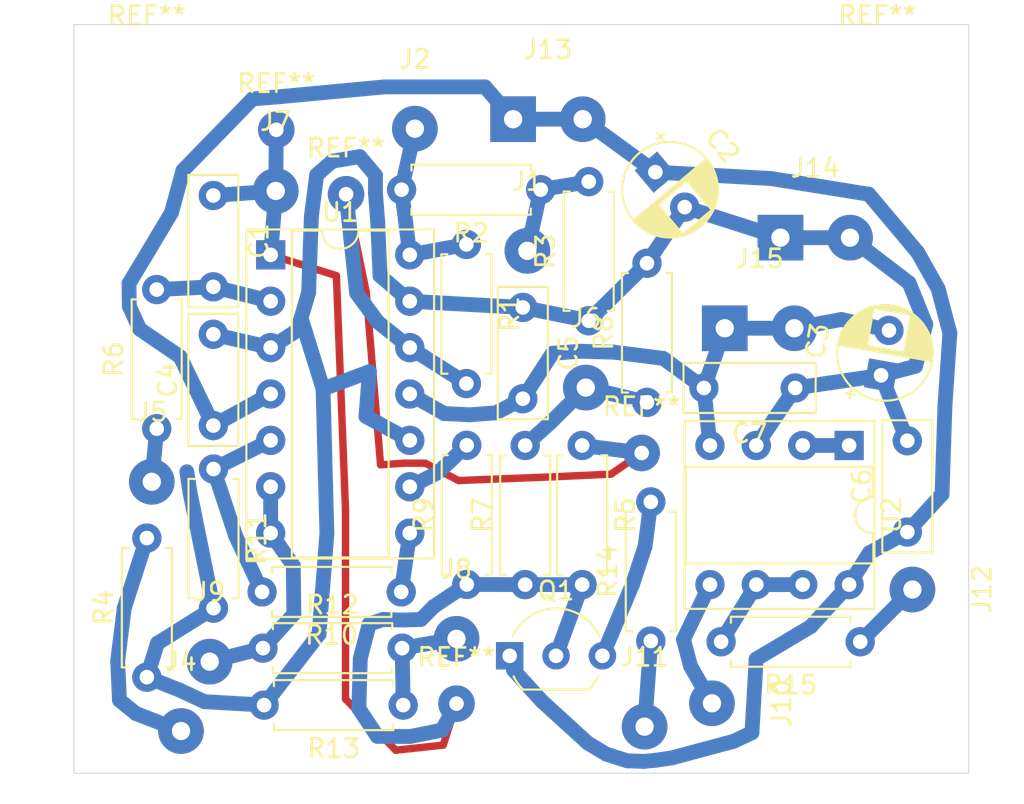
<source format=kicad_pcb>
(kicad_pcb (version 20171130) (host pcbnew "(5.1.2-1)-1")

  (general
    (thickness 1.6)
    (drawings 4)
    (tracks 169)
    (zones 0)
    (modules 45)
    (nets 23)
  )

  (page A4)
  (layers
    (0 F.Cu signal)
    (31 B.Cu signal)
    (32 B.Adhes user)
    (33 F.Adhes user)
    (34 B.Paste user)
    (35 F.Paste user)
    (36 B.SilkS user)
    (37 F.SilkS user)
    (38 B.Mask user)
    (39 F.Mask user)
    (40 Dwgs.User user)
    (41 Cmts.User user)
    (42 Eco1.User user)
    (43 Eco2.User user)
    (44 Edge.Cuts user)
    (45 Margin user)
    (46 B.CrtYd user)
    (47 F.CrtYd user)
    (48 B.Fab user)
    (49 F.Fab user)
  )

  (setup
    (last_trace_width 0.8128)
    (user_trace_width 0.4064)
    (user_trace_width 0.8128)
    (trace_clearance 0.2)
    (zone_clearance 0.508)
    (zone_45_only no)
    (trace_min 0.2)
    (via_size 0.8)
    (via_drill 0.4)
    (via_min_size 0.4)
    (via_min_drill 0.3)
    (uvia_size 0.3)
    (uvia_drill 0.1)
    (uvias_allowed no)
    (uvia_min_size 0.2)
    (uvia_min_drill 0.1)
    (edge_width 0.05)
    (segment_width 0.2)
    (pcb_text_width 0.3)
    (pcb_text_size 1.5 1.5)
    (mod_edge_width 0.12)
    (mod_text_size 1 1)
    (mod_text_width 0.15)
    (pad_size 1.99898 1.99898)
    (pad_drill 0.8001)
    (pad_to_mask_clearance 0.051)
    (solder_mask_min_width 0.25)
    (aux_axis_origin 0 0)
    (visible_elements FFFFFF7F)
    (pcbplotparams
      (layerselection 0x010fc_ffffffff)
      (usegerberextensions false)
      (usegerberattributes false)
      (usegerberadvancedattributes false)
      (creategerberjobfile false)
      (excludeedgelayer true)
      (linewidth 0.100000)
      (plotframeref false)
      (viasonmask false)
      (mode 1)
      (useauxorigin false)
      (hpglpennumber 1)
      (hpglpenspeed 20)
      (hpglpendiameter 15.000000)
      (psnegative false)
      (psa4output false)
      (plotreference true)
      (plotvalue true)
      (plotinvisibletext false)
      (padsonsilk false)
      (subtractmaskfromsilk false)
      (outputformat 1)
      (mirror false)
      (drillshape 0)
      (scaleselection 1)
      (outputdirectory ""))
  )

  (net 0 "")
  (net 1 "Net-(C1-Pad1)")
  (net 2 "Net-(C1-Pad2)")
  (net 3 +12V)
  (net 4 Earth)
  (net 5 -12V)
  (net 6 "Net-(J1-Pad1)")
  (net 7 "Net-(J2-Pad1)")
  (net 8 "Net-(J4-Pad1)")
  (net 9 "Net-(J5-Pad1)")
  (net 10 "Net-(J6-Pad1)")
  (net 11 "Net-(J8-Pad1)")
  (net 12 "Net-(J9-Pad1)")
  (net 13 "Net-(J10-Pad1)")
  (net 14 "Net-(J11-Pad1)")
  (net 15 "Net-(J12-Pad1)")
  (net 16 "Net-(Q1-Pad3)")
  (net 17 "Net-(R1-Pad2)")
  (net 18 "Net-(R9-Pad2)")
  (net 19 "Net-(R10-Pad2)")
  (net 20 "Net-(R10-Pad1)")
  (net 21 "Net-(R15-Pad2)")
  (net 22 "Net-(U2-Pad1)")

  (net_class Default "This is the default net class."
    (clearance 0.2)
    (trace_width 0.25)
    (via_dia 0.8)
    (via_drill 0.4)
    (uvia_dia 0.3)
    (uvia_drill 0.1)
    (add_net +12V)
    (add_net -12V)
    (add_net Earth)
    (add_net "Net-(C1-Pad1)")
    (add_net "Net-(C1-Pad2)")
    (add_net "Net-(J1-Pad1)")
    (add_net "Net-(J10-Pad1)")
    (add_net "Net-(J11-Pad1)")
    (add_net "Net-(J12-Pad1)")
    (add_net "Net-(J2-Pad1)")
    (add_net "Net-(J4-Pad1)")
    (add_net "Net-(J5-Pad1)")
    (add_net "Net-(J6-Pad1)")
    (add_net "Net-(J8-Pad1)")
    (add_net "Net-(J9-Pad1)")
    (add_net "Net-(Q1-Pad3)")
    (add_net "Net-(R1-Pad2)")
    (add_net "Net-(R10-Pad1)")
    (add_net "Net-(R10-Pad2)")
    (add_net "Net-(R15-Pad2)")
    (add_net "Net-(R9-Pad2)")
    (add_net "Net-(U2-Pad1)")
  )

  (module MountingHole:MountingHole_3.5mm (layer F.Cu) (tedit 56D1B4CB) (tstamp 61D5B372)
    (at 56 16)
    (descr "Mounting Hole 3.5mm, no annular")
    (tags "mounting hole 3.5mm no annular")
    (attr virtual)
    (fp_text reference REF** (at 0 -4.5) (layer F.SilkS)
      (effects (font (size 1 1) (thickness 0.15)))
    )
    (fp_text value MountingHole_3.5mm (at 0 4.5) (layer F.Fab)
      (effects (font (size 1 1) (thickness 0.15)))
    )
    (fp_circle (center 0 0) (end 3.75 0) (layer F.CrtYd) (width 0.05))
    (fp_circle (center 0 0) (end 3.5 0) (layer Cmts.User) (width 0.15))
    (fp_text user %R (at 0.3 0) (layer F.Fab)
      (effects (font (size 1 1) (thickness 0.15)))
    )
    (pad 1 np_thru_hole circle (at 0 0) (size 3.5 3.5) (drill 3.5) (layers *.Cu *.Mask))
  )

  (module MountingHole:MountingHole_3.5mm (layer F.Cu) (tedit 56D1B4CB) (tstamp 61D5AEF2)
    (at 16 16)
    (descr "Mounting Hole 3.5mm, no annular")
    (tags "mounting hole 3.5mm no annular")
    (attr virtual)
    (fp_text reference REF** (at 0 -4.5) (layer F.SilkS)
      (effects (font (size 1 1) (thickness 0.15)))
    )
    (fp_text value MountingHole_3.5mm (at 0 4.5) (layer F.Fab)
      (effects (font (size 1 1) (thickness 0.15)))
    )
    (fp_circle (center 0 0) (end 3.75 0) (layer F.CrtYd) (width 0.05))
    (fp_circle (center 0 0) (end 3.5 0) (layer Cmts.User) (width 0.15))
    (fp_text user %R (at 0.3 0) (layer F.Fab)
      (effects (font (size 1 1) (thickness 0.15)))
    )
    (pad 1 np_thru_hole circle (at 0 0) (size 3.5 3.5) (drill 3.5) (layers *.Cu *.Mask))
  )

  (module Connector_Wire:SolderWirePad_1x01_Drill0.8mm (layer F.Cu) (tedit 61D49C0F) (tstamp 61D5AE60)
    (at 26.9 21.29)
    (descr "Wire solder connection")
    (tags connector)
    (attr virtual)
    (fp_text reference REF** (at 0 -2.54) (layer F.SilkS)
      (effects (font (size 1 1) (thickness 0.15)))
    )
    (fp_text value SolderWirePad_1x01_Drill0.8mm (at 0 2.54) (layer F.Fab)
      (effects (font (size 1 1) (thickness 0.15)))
    )
    (fp_line (start 1.5 1.5) (end -1.5 1.5) (layer F.CrtYd) (width 0.05))
    (fp_line (start 1.5 1.5) (end 1.5 -1.5) (layer F.CrtYd) (width 0.05))
    (fp_line (start -1.5 -1.5) (end -1.5 1.5) (layer F.CrtYd) (width 0.05))
    (fp_line (start -1.5 -1.5) (end 1.5 -1.5) (layer F.CrtYd) (width 0.05))
    (fp_text user %R (at 0 0) (layer F.Fab)
      (effects (font (size 1 1) (thickness 0.15)))
    )
    (pad 1 thru_hole circle (at 0 0) (size 1.99898 1.99898) (drill 0.8001) (layers *.Cu *.Mask)
      (net 17 "Net-(R1-Pad2)"))
  )

  (module Resistor_THT:R_Axial_DIN0207_L6.3mm_D2.5mm_P7.62mm_Horizontal (layer F.Cu) (tedit 5AE5139B) (tstamp 61D476D2)
    (at 43.59 45.76 90)
    (descr "Resistor, Axial_DIN0207 series, Axial, Horizontal, pin pitch=7.62mm, 0.25W = 1/4W, length*diameter=6.3*2.5mm^2, http://cdn-reichelt.de/documents/datenblatt/B400/1_4W%23YAG.pdf")
    (tags "Resistor Axial_DIN0207 series Axial Horizontal pin pitch 7.62mm 0.25W = 1/4W length 6.3mm diameter 2.5mm")
    (path /6295B9D8)
    (fp_text reference R14 (at 3.81 -2.37 90) (layer F.SilkS)
      (effects (font (size 1 1) (thickness 0.15)))
    )
    (fp_text value 1k (at 3.81 2.37 90) (layer F.Fab)
      (effects (font (size 1 1) (thickness 0.15)))
    )
    (fp_text user %R (at 3.81 0 90) (layer F.Fab)
      (effects (font (size 1 1) (thickness 0.15)))
    )
    (fp_line (start 8.67 -1.5) (end -1.05 -1.5) (layer F.CrtYd) (width 0.05))
    (fp_line (start 8.67 1.5) (end 8.67 -1.5) (layer F.CrtYd) (width 0.05))
    (fp_line (start -1.05 1.5) (end 8.67 1.5) (layer F.CrtYd) (width 0.05))
    (fp_line (start -1.05 -1.5) (end -1.05 1.5) (layer F.CrtYd) (width 0.05))
    (fp_line (start 7.08 1.37) (end 7.08 1.04) (layer F.SilkS) (width 0.12))
    (fp_line (start 0.54 1.37) (end 7.08 1.37) (layer F.SilkS) (width 0.12))
    (fp_line (start 0.54 1.04) (end 0.54 1.37) (layer F.SilkS) (width 0.12))
    (fp_line (start 7.08 -1.37) (end 7.08 -1.04) (layer F.SilkS) (width 0.12))
    (fp_line (start 0.54 -1.37) (end 7.08 -1.37) (layer F.SilkS) (width 0.12))
    (fp_line (start 0.54 -1.04) (end 0.54 -1.37) (layer F.SilkS) (width 0.12))
    (fp_line (start 7.62 0) (end 6.96 0) (layer F.Fab) (width 0.1))
    (fp_line (start 0 0) (end 0.66 0) (layer F.Fab) (width 0.1))
    (fp_line (start 6.96 -1.25) (end 0.66 -1.25) (layer F.Fab) (width 0.1))
    (fp_line (start 6.96 1.25) (end 6.96 -1.25) (layer F.Fab) (width 0.1))
    (fp_line (start 0.66 1.25) (end 6.96 1.25) (layer F.Fab) (width 0.1))
    (fp_line (start 0.66 -1.25) (end 0.66 1.25) (layer F.Fab) (width 0.1))
    (pad 2 thru_hole oval (at 7.62 0 90) (size 1.6 1.6) (drill 0.8) (layers *.Cu *.Mask)
      (net 16 "Net-(Q1-Pad3)"))
    (pad 1 thru_hole circle (at 0 0 90) (size 1.6 1.6) (drill 0.8) (layers *.Cu *.Mask)
      (net 14 "Net-(J11-Pad1)"))
    (model ${KISYS3DMOD}/Resistor_THT.3dshapes/R_Axial_DIN0207_L6.3mm_D2.5mm_P7.62mm_Horizontal.wrl
      (at (xyz 0 0 0))
      (scale (xyz 1 1 1))
      (rotate (xyz 0 0 0))
    )
  )

  (module Connector_Wire:SolderWirePad_1x01_Drill0.8mm (layer F.Cu) (tedit 61D49BA6) (tstamp 61D5ADB8)
    (at 43.09 35.46)
    (descr "Wire solder connection")
    (tags connector)
    (attr virtual)
    (fp_text reference REF** (at 0 -2.54) (layer F.SilkS)
      (effects (font (size 1 1) (thickness 0.15)))
    )
    (fp_text value SolderWirePad_1x01_Drill0.8mm (at 0 2.54) (layer F.Fab)
      (effects (font (size 1 1) (thickness 0.15)))
    )
    (fp_line (start 1.5 1.5) (end -1.5 1.5) (layer F.CrtYd) (width 0.05))
    (fp_line (start 1.5 1.5) (end 1.5 -1.5) (layer F.CrtYd) (width 0.05))
    (fp_line (start -1.5 -1.5) (end -1.5 1.5) (layer F.CrtYd) (width 0.05))
    (fp_line (start -1.5 -1.5) (end 1.5 -1.5) (layer F.CrtYd) (width 0.05))
    (fp_text user %R (at 0 0) (layer F.Fab)
      (effects (font (size 1 1) (thickness 0.15)))
    )
    (pad 1 thru_hole circle (at 0 0) (size 1.99898 1.99898) (drill 0.8001) (layers *.Cu *.Mask)
      (net 17 "Net-(R1-Pad2)"))
  )

  (module Connector_Wire:SolderWirePad_1x01_Drill0.8mm (layer F.Cu) (tedit 61D49B47) (tstamp 61D5AB6A)
    (at 23.08 17.76)
    (descr "Wire solder connection")
    (tags connector)
    (attr virtual)
    (fp_text reference REF** (at 0 -2.54) (layer F.SilkS)
      (effects (font (size 1 1) (thickness 0.15)))
    )
    (fp_text value SolderWirePad_1x01_Drill0.8mm (at 0 2.54) (layer F.Fab)
      (effects (font (size 1 1) (thickness 0.15)))
    )
    (fp_line (start 1.5 1.5) (end -1.5 1.5) (layer F.CrtYd) (width 0.05))
    (fp_line (start 1.5 1.5) (end 1.5 -1.5) (layer F.CrtYd) (width 0.05))
    (fp_line (start -1.5 -1.5) (end -1.5 1.5) (layer F.CrtYd) (width 0.05))
    (fp_line (start -1.5 -1.5) (end 1.5 -1.5) (layer F.CrtYd) (width 0.05))
    (fp_text user %R (at 0 0) (layer F.Fab)
      (effects (font (size 1 1) (thickness 0.15)))
    )
    (pad 1 thru_hole circle (at 0 0) (size 1.99898 1.99898) (drill 0.8001) (layers *.Cu *.Mask)
      (net 1 "Net-(C1-Pad1)"))
  )

  (module Connector_Wire:SolderWirePad_1x01_Drill0.8mm (layer F.Cu) (tedit 61D49B24) (tstamp 61D5AB31)
    (at 32.95 49.19)
    (descr "Wire solder connection")
    (tags connector)
    (attr virtual)
    (fp_text reference REF** (at 0 -2.54) (layer F.SilkS)
      (effects (font (size 1 1) (thickness 0.15)))
    )
    (fp_text value SolderWirePad_1x01_Drill0.8mm (at 0 2.54) (layer F.Fab)
      (effects (font (size 1 1) (thickness 0.15)))
    )
    (fp_line (start 1.5 1.5) (end -1.5 1.5) (layer F.CrtYd) (width 0.05))
    (fp_line (start 1.5 1.5) (end 1.5 -1.5) (layer F.CrtYd) (width 0.05))
    (fp_line (start -1.5 -1.5) (end -1.5 1.5) (layer F.CrtYd) (width 0.05))
    (fp_line (start -1.5 -1.5) (end 1.5 -1.5) (layer F.CrtYd) (width 0.05))
    (fp_text user %R (at 0 0) (layer F.Fab)
      (effects (font (size 1 1) (thickness 0.15)))
    )
    (pad 1 thru_hole circle (at 0 0) (size 1.99898 1.99898) (drill 0.8001) (layers *.Cu *.Mask)
      (net 1 "Net-(C1-Pad1)"))
  )

  (module Package_TO_SOT_THT:TO-92_Inline_Wide (layer F.Cu) (tedit 5A02FF81) (tstamp 61D47590)
    (at 35.86 46.57)
    (descr "TO-92 leads in-line, wide, drill 0.75mm (see NXP sot054_po.pdf)")
    (tags "to-92 sc-43 sc-43a sot54 PA33 transistor")
    (path /6295A287)
    (fp_text reference Q1 (at 2.54 -3.56) (layer F.SilkS)
      (effects (font (size 1 1) (thickness 0.15)))
    )
    (fp_text value BC547 (at 2.54 2.79) (layer F.Fab)
      (effects (font (size 1 1) (thickness 0.15)))
    )
    (fp_arc (start 2.54 0) (end 4.34 1.85) (angle -20) (layer F.SilkS) (width 0.12))
    (fp_arc (start 2.54 0) (end 2.54 -2.48) (angle -135) (layer F.Fab) (width 0.1))
    (fp_arc (start 2.54 0) (end 2.54 -2.48) (angle 135) (layer F.Fab) (width 0.1))
    (fp_arc (start 2.54 0) (end 2.54 -2.6) (angle 65) (layer F.SilkS) (width 0.12))
    (fp_arc (start 2.54 0) (end 2.54 -2.6) (angle -65) (layer F.SilkS) (width 0.12))
    (fp_arc (start 2.54 0) (end 0.74 1.85) (angle 20) (layer F.SilkS) (width 0.12))
    (fp_line (start 6.09 2.01) (end -1.01 2.01) (layer F.CrtYd) (width 0.05))
    (fp_line (start 6.09 2.01) (end 6.09 -2.73) (layer F.CrtYd) (width 0.05))
    (fp_line (start -1.01 -2.73) (end -1.01 2.01) (layer F.CrtYd) (width 0.05))
    (fp_line (start -1.01 -2.73) (end 6.09 -2.73) (layer F.CrtYd) (width 0.05))
    (fp_line (start 0.8 1.75) (end 4.3 1.75) (layer F.Fab) (width 0.1))
    (fp_line (start 0.74 1.85) (end 4.34 1.85) (layer F.SilkS) (width 0.12))
    (fp_text user %R (at 2.54 -3.56) (layer F.Fab)
      (effects (font (size 1 1) (thickness 0.15)))
    )
    (pad 1 thru_hole rect (at 0 0 90) (size 1.5 1.5) (drill 0.8) (layers *.Cu *.Mask)
      (net 3 +12V))
    (pad 3 thru_hole circle (at 5.08 0 90) (size 1.5 1.5) (drill 0.8) (layers *.Cu *.Mask)
      (net 16 "Net-(Q1-Pad3)"))
    (pad 2 thru_hole circle (at 2.54 0 90) (size 1.5 1.5) (drill 0.8) (layers *.Cu *.Mask)
      (net 1 "Net-(C1-Pad1)"))
    (model ${KISYS3DMOD}/Package_TO_SOT_THT.3dshapes/TO-92_Inline_Wide.wrl
      (at (xyz 0 0 0))
      (scale (xyz 1 1 1))
      (rotate (xyz 0 0 0))
    )
  )

  (module Capacitor_THT:C_Rect_L7.0mm_W2.5mm_P5.00mm (layer F.Cu) (tedit 5AE50EF0) (tstamp 61D47353)
    (at 19.63 21.36 270)
    (descr "C, Rect series, Radial, pin pitch=5.00mm, , length*width=7*2.5mm^2, Capacitor")
    (tags "C Rect series Radial pin pitch 5.00mm  length 7mm width 2.5mm Capacitor")
    (path /6292FCF6)
    (fp_text reference C1 (at 2.5 -2.5 90) (layer F.SilkS)
      (effects (font (size 1 1) (thickness 0.15)))
    )
    (fp_text value 47n (at 2.5 2.5 90) (layer F.Fab)
      (effects (font (size 1 1) (thickness 0.15)))
    )
    (fp_line (start -1 -1.25) (end -1 1.25) (layer F.Fab) (width 0.1))
    (fp_line (start -1 1.25) (end 6 1.25) (layer F.Fab) (width 0.1))
    (fp_line (start 6 1.25) (end 6 -1.25) (layer F.Fab) (width 0.1))
    (fp_line (start 6 -1.25) (end -1 -1.25) (layer F.Fab) (width 0.1))
    (fp_line (start -1.12 -1.37) (end 6.12 -1.37) (layer F.SilkS) (width 0.12))
    (fp_line (start -1.12 1.37) (end 6.12 1.37) (layer F.SilkS) (width 0.12))
    (fp_line (start -1.12 -1.37) (end -1.12 1.37) (layer F.SilkS) (width 0.12))
    (fp_line (start 6.12 -1.37) (end 6.12 1.37) (layer F.SilkS) (width 0.12))
    (fp_line (start -1.25 -1.5) (end -1.25 1.5) (layer F.CrtYd) (width 0.05))
    (fp_line (start -1.25 1.5) (end 6.25 1.5) (layer F.CrtYd) (width 0.05))
    (fp_line (start 6.25 1.5) (end 6.25 -1.5) (layer F.CrtYd) (width 0.05))
    (fp_line (start 6.25 -1.5) (end -1.25 -1.5) (layer F.CrtYd) (width 0.05))
    (fp_text user %R (at 2.5 0 90) (layer F.Fab)
      (effects (font (size 1 1) (thickness 0.15)))
    )
    (pad 1 thru_hole circle (at 0 0 270) (size 1.6 1.6) (drill 0.8) (layers *.Cu *.Mask)
      (net 1 "Net-(C1-Pad1)"))
    (pad 2 thru_hole circle (at 5 0 270) (size 1.6 1.6) (drill 0.8) (layers *.Cu *.Mask)
      (net 2 "Net-(C1-Pad2)"))
    (model ${KISYS3DMOD}/Capacitor_THT.3dshapes/C_Rect_L7.0mm_W2.5mm_P5.00mm.wrl
      (at (xyz 0 0 0))
      (scale (xyz 1 1 1))
      (rotate (xyz 0 0 0))
    )
  )

  (module Capacitor_THT:CP_Radial_D5.0mm_P2.50mm (layer F.Cu) (tedit 5AE50EF0) (tstamp 61D473D7)
    (at 43.84 20.08 310)
    (descr "CP, Radial series, Radial, pin pitch=2.50mm, , diameter=5mm, Electrolytic Capacitor")
    (tags "CP Radial series Radial pin pitch 2.50mm  diameter 5mm Electrolytic Capacitor")
    (path /62978A36)
    (fp_text reference C2 (at 1.25 -3.75 130) (layer F.SilkS)
      (effects (font (size 1 1) (thickness 0.15)))
    )
    (fp_text value 10u (at 1.25 3.75 130) (layer F.Fab)
      (effects (font (size 1 1) (thickness 0.15)))
    )
    (fp_circle (center 1.25 0) (end 3.75 0) (layer F.Fab) (width 0.1))
    (fp_circle (center 1.25 0) (end 3.87 0) (layer F.SilkS) (width 0.12))
    (fp_circle (center 1.25 0) (end 4 0) (layer F.CrtYd) (width 0.05))
    (fp_line (start -0.883605 -1.0875) (end -0.383605 -1.0875) (layer F.Fab) (width 0.1))
    (fp_line (start -0.633605 -1.3375) (end -0.633605 -0.8375) (layer F.Fab) (width 0.1))
    (fp_line (start 1.25 -2.58) (end 1.25 2.58) (layer F.SilkS) (width 0.12))
    (fp_line (start 1.29 -2.58) (end 1.29 2.58) (layer F.SilkS) (width 0.12))
    (fp_line (start 1.33 -2.579) (end 1.33 2.579) (layer F.SilkS) (width 0.12))
    (fp_line (start 1.37 -2.578) (end 1.37 2.578) (layer F.SilkS) (width 0.12))
    (fp_line (start 1.41 -2.576) (end 1.41 2.576) (layer F.SilkS) (width 0.12))
    (fp_line (start 1.45 -2.573) (end 1.45 2.573) (layer F.SilkS) (width 0.12))
    (fp_line (start 1.49 -2.569) (end 1.49 -1.04) (layer F.SilkS) (width 0.12))
    (fp_line (start 1.49 1.04) (end 1.49 2.569) (layer F.SilkS) (width 0.12))
    (fp_line (start 1.53 -2.565) (end 1.53 -1.04) (layer F.SilkS) (width 0.12))
    (fp_line (start 1.53 1.04) (end 1.53 2.565) (layer F.SilkS) (width 0.12))
    (fp_line (start 1.57 -2.561) (end 1.57 -1.04) (layer F.SilkS) (width 0.12))
    (fp_line (start 1.57 1.04) (end 1.57 2.561) (layer F.SilkS) (width 0.12))
    (fp_line (start 1.61 -2.556) (end 1.61 -1.04) (layer F.SilkS) (width 0.12))
    (fp_line (start 1.61 1.04) (end 1.61 2.556) (layer F.SilkS) (width 0.12))
    (fp_line (start 1.65 -2.55) (end 1.65 -1.04) (layer F.SilkS) (width 0.12))
    (fp_line (start 1.65 1.04) (end 1.65 2.55) (layer F.SilkS) (width 0.12))
    (fp_line (start 1.69 -2.543) (end 1.69 -1.04) (layer F.SilkS) (width 0.12))
    (fp_line (start 1.69 1.04) (end 1.69 2.543) (layer F.SilkS) (width 0.12))
    (fp_line (start 1.73 -2.536) (end 1.73 -1.04) (layer F.SilkS) (width 0.12))
    (fp_line (start 1.73 1.04) (end 1.73 2.536) (layer F.SilkS) (width 0.12))
    (fp_line (start 1.77 -2.528) (end 1.77 -1.04) (layer F.SilkS) (width 0.12))
    (fp_line (start 1.77 1.04) (end 1.77 2.528) (layer F.SilkS) (width 0.12))
    (fp_line (start 1.81 -2.52) (end 1.81 -1.04) (layer F.SilkS) (width 0.12))
    (fp_line (start 1.81 1.04) (end 1.81 2.52) (layer F.SilkS) (width 0.12))
    (fp_line (start 1.85 -2.511) (end 1.85 -1.04) (layer F.SilkS) (width 0.12))
    (fp_line (start 1.85 1.04) (end 1.85 2.511) (layer F.SilkS) (width 0.12))
    (fp_line (start 1.89 -2.501) (end 1.89 -1.04) (layer F.SilkS) (width 0.12))
    (fp_line (start 1.89 1.04) (end 1.89 2.501) (layer F.SilkS) (width 0.12))
    (fp_line (start 1.93 -2.491) (end 1.93 -1.04) (layer F.SilkS) (width 0.12))
    (fp_line (start 1.93 1.04) (end 1.93 2.491) (layer F.SilkS) (width 0.12))
    (fp_line (start 1.971 -2.48) (end 1.971 -1.04) (layer F.SilkS) (width 0.12))
    (fp_line (start 1.971 1.04) (end 1.971 2.48) (layer F.SilkS) (width 0.12))
    (fp_line (start 2.011 -2.468) (end 2.011 -1.04) (layer F.SilkS) (width 0.12))
    (fp_line (start 2.011 1.04) (end 2.011 2.468) (layer F.SilkS) (width 0.12))
    (fp_line (start 2.051 -2.455) (end 2.051 -1.04) (layer F.SilkS) (width 0.12))
    (fp_line (start 2.051 1.04) (end 2.051 2.455) (layer F.SilkS) (width 0.12))
    (fp_line (start 2.091 -2.442) (end 2.091 -1.04) (layer F.SilkS) (width 0.12))
    (fp_line (start 2.091 1.04) (end 2.091 2.442) (layer F.SilkS) (width 0.12))
    (fp_line (start 2.131 -2.428) (end 2.131 -1.04) (layer F.SilkS) (width 0.12))
    (fp_line (start 2.131 1.04) (end 2.131 2.428) (layer F.SilkS) (width 0.12))
    (fp_line (start 2.171 -2.414) (end 2.171 -1.04) (layer F.SilkS) (width 0.12))
    (fp_line (start 2.171 1.04) (end 2.171 2.414) (layer F.SilkS) (width 0.12))
    (fp_line (start 2.211 -2.398) (end 2.211 -1.04) (layer F.SilkS) (width 0.12))
    (fp_line (start 2.211 1.04) (end 2.211 2.398) (layer F.SilkS) (width 0.12))
    (fp_line (start 2.251 -2.382) (end 2.251 -1.04) (layer F.SilkS) (width 0.12))
    (fp_line (start 2.251 1.04) (end 2.251 2.382) (layer F.SilkS) (width 0.12))
    (fp_line (start 2.291 -2.365) (end 2.291 -1.04) (layer F.SilkS) (width 0.12))
    (fp_line (start 2.291 1.04) (end 2.291 2.365) (layer F.SilkS) (width 0.12))
    (fp_line (start 2.331 -2.348) (end 2.331 -1.04) (layer F.SilkS) (width 0.12))
    (fp_line (start 2.331 1.04) (end 2.331 2.348) (layer F.SilkS) (width 0.12))
    (fp_line (start 2.371 -2.329) (end 2.371 -1.04) (layer F.SilkS) (width 0.12))
    (fp_line (start 2.371 1.04) (end 2.371 2.329) (layer F.SilkS) (width 0.12))
    (fp_line (start 2.411 -2.31) (end 2.411 -1.04) (layer F.SilkS) (width 0.12))
    (fp_line (start 2.411 1.04) (end 2.411 2.31) (layer F.SilkS) (width 0.12))
    (fp_line (start 2.451 -2.29) (end 2.451 -1.04) (layer F.SilkS) (width 0.12))
    (fp_line (start 2.451 1.04) (end 2.451 2.29) (layer F.SilkS) (width 0.12))
    (fp_line (start 2.491 -2.268) (end 2.491 -1.04) (layer F.SilkS) (width 0.12))
    (fp_line (start 2.491 1.04) (end 2.491 2.268) (layer F.SilkS) (width 0.12))
    (fp_line (start 2.531 -2.247) (end 2.531 -1.04) (layer F.SilkS) (width 0.12))
    (fp_line (start 2.531 1.04) (end 2.531 2.247) (layer F.SilkS) (width 0.12))
    (fp_line (start 2.571 -2.224) (end 2.571 -1.04) (layer F.SilkS) (width 0.12))
    (fp_line (start 2.571 1.04) (end 2.571 2.224) (layer F.SilkS) (width 0.12))
    (fp_line (start 2.611 -2.2) (end 2.611 -1.04) (layer F.SilkS) (width 0.12))
    (fp_line (start 2.611 1.04) (end 2.611 2.2) (layer F.SilkS) (width 0.12))
    (fp_line (start 2.651 -2.175) (end 2.651 -1.04) (layer F.SilkS) (width 0.12))
    (fp_line (start 2.651 1.04) (end 2.651 2.175) (layer F.SilkS) (width 0.12))
    (fp_line (start 2.691 -2.149) (end 2.691 -1.04) (layer F.SilkS) (width 0.12))
    (fp_line (start 2.691 1.04) (end 2.691 2.149) (layer F.SilkS) (width 0.12))
    (fp_line (start 2.731 -2.122) (end 2.731 -1.04) (layer F.SilkS) (width 0.12))
    (fp_line (start 2.731 1.04) (end 2.731 2.122) (layer F.SilkS) (width 0.12))
    (fp_line (start 2.771 -2.095) (end 2.771 -1.04) (layer F.SilkS) (width 0.12))
    (fp_line (start 2.771 1.04) (end 2.771 2.095) (layer F.SilkS) (width 0.12))
    (fp_line (start 2.811 -2.065) (end 2.811 -1.04) (layer F.SilkS) (width 0.12))
    (fp_line (start 2.811 1.04) (end 2.811 2.065) (layer F.SilkS) (width 0.12))
    (fp_line (start 2.851 -2.035) (end 2.851 -1.04) (layer F.SilkS) (width 0.12))
    (fp_line (start 2.851 1.04) (end 2.851 2.035) (layer F.SilkS) (width 0.12))
    (fp_line (start 2.891 -2.004) (end 2.891 -1.04) (layer F.SilkS) (width 0.12))
    (fp_line (start 2.891 1.04) (end 2.891 2.004) (layer F.SilkS) (width 0.12))
    (fp_line (start 2.931 -1.971) (end 2.931 -1.04) (layer F.SilkS) (width 0.12))
    (fp_line (start 2.931 1.04) (end 2.931 1.971) (layer F.SilkS) (width 0.12))
    (fp_line (start 2.971 -1.937) (end 2.971 -1.04) (layer F.SilkS) (width 0.12))
    (fp_line (start 2.971 1.04) (end 2.971 1.937) (layer F.SilkS) (width 0.12))
    (fp_line (start 3.011 -1.901) (end 3.011 -1.04) (layer F.SilkS) (width 0.12))
    (fp_line (start 3.011 1.04) (end 3.011 1.901) (layer F.SilkS) (width 0.12))
    (fp_line (start 3.051 -1.864) (end 3.051 -1.04) (layer F.SilkS) (width 0.12))
    (fp_line (start 3.051 1.04) (end 3.051 1.864) (layer F.SilkS) (width 0.12))
    (fp_line (start 3.091 -1.826) (end 3.091 -1.04) (layer F.SilkS) (width 0.12))
    (fp_line (start 3.091 1.04) (end 3.091 1.826) (layer F.SilkS) (width 0.12))
    (fp_line (start 3.131 -1.785) (end 3.131 -1.04) (layer F.SilkS) (width 0.12))
    (fp_line (start 3.131 1.04) (end 3.131 1.785) (layer F.SilkS) (width 0.12))
    (fp_line (start 3.171 -1.743) (end 3.171 -1.04) (layer F.SilkS) (width 0.12))
    (fp_line (start 3.171 1.04) (end 3.171 1.743) (layer F.SilkS) (width 0.12))
    (fp_line (start 3.211 -1.699) (end 3.211 -1.04) (layer F.SilkS) (width 0.12))
    (fp_line (start 3.211 1.04) (end 3.211 1.699) (layer F.SilkS) (width 0.12))
    (fp_line (start 3.251 -1.653) (end 3.251 -1.04) (layer F.SilkS) (width 0.12))
    (fp_line (start 3.251 1.04) (end 3.251 1.653) (layer F.SilkS) (width 0.12))
    (fp_line (start 3.291 -1.605) (end 3.291 -1.04) (layer F.SilkS) (width 0.12))
    (fp_line (start 3.291 1.04) (end 3.291 1.605) (layer F.SilkS) (width 0.12))
    (fp_line (start 3.331 -1.554) (end 3.331 -1.04) (layer F.SilkS) (width 0.12))
    (fp_line (start 3.331 1.04) (end 3.331 1.554) (layer F.SilkS) (width 0.12))
    (fp_line (start 3.371 -1.5) (end 3.371 -1.04) (layer F.SilkS) (width 0.12))
    (fp_line (start 3.371 1.04) (end 3.371 1.5) (layer F.SilkS) (width 0.12))
    (fp_line (start 3.411 -1.443) (end 3.411 -1.04) (layer F.SilkS) (width 0.12))
    (fp_line (start 3.411 1.04) (end 3.411 1.443) (layer F.SilkS) (width 0.12))
    (fp_line (start 3.451 -1.383) (end 3.451 -1.04) (layer F.SilkS) (width 0.12))
    (fp_line (start 3.451 1.04) (end 3.451 1.383) (layer F.SilkS) (width 0.12))
    (fp_line (start 3.491 -1.319) (end 3.491 -1.04) (layer F.SilkS) (width 0.12))
    (fp_line (start 3.491 1.04) (end 3.491 1.319) (layer F.SilkS) (width 0.12))
    (fp_line (start 3.531 -1.251) (end 3.531 -1.04) (layer F.SilkS) (width 0.12))
    (fp_line (start 3.531 1.04) (end 3.531 1.251) (layer F.SilkS) (width 0.12))
    (fp_line (start 3.571 -1.178) (end 3.571 1.178) (layer F.SilkS) (width 0.12))
    (fp_line (start 3.611 -1.098) (end 3.611 1.098) (layer F.SilkS) (width 0.12))
    (fp_line (start 3.651 -1.011) (end 3.651 1.011) (layer F.SilkS) (width 0.12))
    (fp_line (start 3.691 -0.915) (end 3.691 0.915) (layer F.SilkS) (width 0.12))
    (fp_line (start 3.731 -0.805) (end 3.731 0.805) (layer F.SilkS) (width 0.12))
    (fp_line (start 3.771 -0.677) (end 3.771 0.677) (layer F.SilkS) (width 0.12))
    (fp_line (start 3.811 -0.518) (end 3.811 0.518) (layer F.SilkS) (width 0.12))
    (fp_line (start 3.851 -0.284) (end 3.851 0.284) (layer F.SilkS) (width 0.12))
    (fp_line (start -1.554775 -1.475) (end -1.054775 -1.475) (layer F.SilkS) (width 0.12))
    (fp_line (start -1.304775 -1.725) (end -1.304775 -1.225) (layer F.SilkS) (width 0.12))
    (fp_text user %R (at 1.25 0 130) (layer F.Fab)
      (effects (font (size 1 1) (thickness 0.15)))
    )
    (pad 1 thru_hole rect (at 0 0 310) (size 1.6 1.6) (drill 0.8) (layers *.Cu *.Mask)
      (net 3 +12V))
    (pad 2 thru_hole circle (at 2.5 0 310) (size 1.6 1.6) (drill 0.8) (layers *.Cu *.Mask)
      (net 4 Earth))
    (model ${KISYS3DMOD}/Capacitor_THT.3dshapes/CP_Radial_D5.0mm_P2.50mm.wrl
      (at (xyz 0 0 0))
      (scale (xyz 1 1 1))
      (rotate (xyz 0 0 0))
    )
  )

  (module Capacitor_THT:CP_Radial_D5.0mm_P2.50mm (layer F.Cu) (tedit 5AE50EF0) (tstamp 61D4745B)
    (at 56.2 31.21 80)
    (descr "CP, Radial series, Radial, pin pitch=2.50mm, , diameter=5mm, Electrolytic Capacitor")
    (tags "CP Radial series Radial pin pitch 2.50mm  diameter 5mm Electrolytic Capacitor")
    (path /62993D2F)
    (fp_text reference C3 (at 1.25 -3.75 80) (layer F.SilkS)
      (effects (font (size 1 1) (thickness 0.15)))
    )
    (fp_text value 10u (at 1.25 3.75 80) (layer F.Fab)
      (effects (font (size 1 1) (thickness 0.15)))
    )
    (fp_text user %R (at 1.25 0 80) (layer F.Fab)
      (effects (font (size 1 1) (thickness 0.15)))
    )
    (fp_line (start -1.304775 -1.725) (end -1.304775 -1.225) (layer F.SilkS) (width 0.12))
    (fp_line (start -1.554775 -1.475) (end -1.054775 -1.475) (layer F.SilkS) (width 0.12))
    (fp_line (start 3.851 -0.284) (end 3.851 0.284) (layer F.SilkS) (width 0.12))
    (fp_line (start 3.811 -0.518) (end 3.811 0.518) (layer F.SilkS) (width 0.12))
    (fp_line (start 3.771 -0.677) (end 3.771 0.677) (layer F.SilkS) (width 0.12))
    (fp_line (start 3.731 -0.805) (end 3.731 0.805) (layer F.SilkS) (width 0.12))
    (fp_line (start 3.691 -0.915) (end 3.691 0.915) (layer F.SilkS) (width 0.12))
    (fp_line (start 3.651 -1.011) (end 3.651 1.011) (layer F.SilkS) (width 0.12))
    (fp_line (start 3.611 -1.098) (end 3.611 1.098) (layer F.SilkS) (width 0.12))
    (fp_line (start 3.571 -1.178) (end 3.571 1.178) (layer F.SilkS) (width 0.12))
    (fp_line (start 3.531 1.04) (end 3.531 1.251) (layer F.SilkS) (width 0.12))
    (fp_line (start 3.531 -1.251) (end 3.531 -1.04) (layer F.SilkS) (width 0.12))
    (fp_line (start 3.491 1.04) (end 3.491 1.319) (layer F.SilkS) (width 0.12))
    (fp_line (start 3.491 -1.319) (end 3.491 -1.04) (layer F.SilkS) (width 0.12))
    (fp_line (start 3.451 1.04) (end 3.451 1.383) (layer F.SilkS) (width 0.12))
    (fp_line (start 3.451 -1.383) (end 3.451 -1.04) (layer F.SilkS) (width 0.12))
    (fp_line (start 3.411 1.04) (end 3.411 1.443) (layer F.SilkS) (width 0.12))
    (fp_line (start 3.411 -1.443) (end 3.411 -1.04) (layer F.SilkS) (width 0.12))
    (fp_line (start 3.371 1.04) (end 3.371 1.5) (layer F.SilkS) (width 0.12))
    (fp_line (start 3.371 -1.5) (end 3.371 -1.04) (layer F.SilkS) (width 0.12))
    (fp_line (start 3.331 1.04) (end 3.331 1.554) (layer F.SilkS) (width 0.12))
    (fp_line (start 3.331 -1.554) (end 3.331 -1.04) (layer F.SilkS) (width 0.12))
    (fp_line (start 3.291 1.04) (end 3.291 1.605) (layer F.SilkS) (width 0.12))
    (fp_line (start 3.291 -1.605) (end 3.291 -1.04) (layer F.SilkS) (width 0.12))
    (fp_line (start 3.251 1.04) (end 3.251 1.653) (layer F.SilkS) (width 0.12))
    (fp_line (start 3.251 -1.653) (end 3.251 -1.04) (layer F.SilkS) (width 0.12))
    (fp_line (start 3.211 1.04) (end 3.211 1.699) (layer F.SilkS) (width 0.12))
    (fp_line (start 3.211 -1.699) (end 3.211 -1.04) (layer F.SilkS) (width 0.12))
    (fp_line (start 3.171 1.04) (end 3.171 1.743) (layer F.SilkS) (width 0.12))
    (fp_line (start 3.171 -1.743) (end 3.171 -1.04) (layer F.SilkS) (width 0.12))
    (fp_line (start 3.131 1.04) (end 3.131 1.785) (layer F.SilkS) (width 0.12))
    (fp_line (start 3.131 -1.785) (end 3.131 -1.04) (layer F.SilkS) (width 0.12))
    (fp_line (start 3.091 1.04) (end 3.091 1.826) (layer F.SilkS) (width 0.12))
    (fp_line (start 3.091 -1.826) (end 3.091 -1.04) (layer F.SilkS) (width 0.12))
    (fp_line (start 3.051 1.04) (end 3.051 1.864) (layer F.SilkS) (width 0.12))
    (fp_line (start 3.051 -1.864) (end 3.051 -1.04) (layer F.SilkS) (width 0.12))
    (fp_line (start 3.011 1.04) (end 3.011 1.901) (layer F.SilkS) (width 0.12))
    (fp_line (start 3.011 -1.901) (end 3.011 -1.04) (layer F.SilkS) (width 0.12))
    (fp_line (start 2.971 1.04) (end 2.971 1.937) (layer F.SilkS) (width 0.12))
    (fp_line (start 2.971 -1.937) (end 2.971 -1.04) (layer F.SilkS) (width 0.12))
    (fp_line (start 2.931 1.04) (end 2.931 1.971) (layer F.SilkS) (width 0.12))
    (fp_line (start 2.931 -1.971) (end 2.931 -1.04) (layer F.SilkS) (width 0.12))
    (fp_line (start 2.891 1.04) (end 2.891 2.004) (layer F.SilkS) (width 0.12))
    (fp_line (start 2.891 -2.004) (end 2.891 -1.04) (layer F.SilkS) (width 0.12))
    (fp_line (start 2.851 1.04) (end 2.851 2.035) (layer F.SilkS) (width 0.12))
    (fp_line (start 2.851 -2.035) (end 2.851 -1.04) (layer F.SilkS) (width 0.12))
    (fp_line (start 2.811 1.04) (end 2.811 2.065) (layer F.SilkS) (width 0.12))
    (fp_line (start 2.811 -2.065) (end 2.811 -1.04) (layer F.SilkS) (width 0.12))
    (fp_line (start 2.771 1.04) (end 2.771 2.095) (layer F.SilkS) (width 0.12))
    (fp_line (start 2.771 -2.095) (end 2.771 -1.04) (layer F.SilkS) (width 0.12))
    (fp_line (start 2.731 1.04) (end 2.731 2.122) (layer F.SilkS) (width 0.12))
    (fp_line (start 2.731 -2.122) (end 2.731 -1.04) (layer F.SilkS) (width 0.12))
    (fp_line (start 2.691 1.04) (end 2.691 2.149) (layer F.SilkS) (width 0.12))
    (fp_line (start 2.691 -2.149) (end 2.691 -1.04) (layer F.SilkS) (width 0.12))
    (fp_line (start 2.651 1.04) (end 2.651 2.175) (layer F.SilkS) (width 0.12))
    (fp_line (start 2.651 -2.175) (end 2.651 -1.04) (layer F.SilkS) (width 0.12))
    (fp_line (start 2.611 1.04) (end 2.611 2.2) (layer F.SilkS) (width 0.12))
    (fp_line (start 2.611 -2.2) (end 2.611 -1.04) (layer F.SilkS) (width 0.12))
    (fp_line (start 2.571 1.04) (end 2.571 2.224) (layer F.SilkS) (width 0.12))
    (fp_line (start 2.571 -2.224) (end 2.571 -1.04) (layer F.SilkS) (width 0.12))
    (fp_line (start 2.531 1.04) (end 2.531 2.247) (layer F.SilkS) (width 0.12))
    (fp_line (start 2.531 -2.247) (end 2.531 -1.04) (layer F.SilkS) (width 0.12))
    (fp_line (start 2.491 1.04) (end 2.491 2.268) (layer F.SilkS) (width 0.12))
    (fp_line (start 2.491 -2.268) (end 2.491 -1.04) (layer F.SilkS) (width 0.12))
    (fp_line (start 2.451 1.04) (end 2.451 2.29) (layer F.SilkS) (width 0.12))
    (fp_line (start 2.451 -2.29) (end 2.451 -1.04) (layer F.SilkS) (width 0.12))
    (fp_line (start 2.411 1.04) (end 2.411 2.31) (layer F.SilkS) (width 0.12))
    (fp_line (start 2.411 -2.31) (end 2.411 -1.04) (layer F.SilkS) (width 0.12))
    (fp_line (start 2.371 1.04) (end 2.371 2.329) (layer F.SilkS) (width 0.12))
    (fp_line (start 2.371 -2.329) (end 2.371 -1.04) (layer F.SilkS) (width 0.12))
    (fp_line (start 2.331 1.04) (end 2.331 2.348) (layer F.SilkS) (width 0.12))
    (fp_line (start 2.331 -2.348) (end 2.331 -1.04) (layer F.SilkS) (width 0.12))
    (fp_line (start 2.291 1.04) (end 2.291 2.365) (layer F.SilkS) (width 0.12))
    (fp_line (start 2.291 -2.365) (end 2.291 -1.04) (layer F.SilkS) (width 0.12))
    (fp_line (start 2.251 1.04) (end 2.251 2.382) (layer F.SilkS) (width 0.12))
    (fp_line (start 2.251 -2.382) (end 2.251 -1.04) (layer F.SilkS) (width 0.12))
    (fp_line (start 2.211 1.04) (end 2.211 2.398) (layer F.SilkS) (width 0.12))
    (fp_line (start 2.211 -2.398) (end 2.211 -1.04) (layer F.SilkS) (width 0.12))
    (fp_line (start 2.171 1.04) (end 2.171 2.414) (layer F.SilkS) (width 0.12))
    (fp_line (start 2.171 -2.414) (end 2.171 -1.04) (layer F.SilkS) (width 0.12))
    (fp_line (start 2.131 1.04) (end 2.131 2.428) (layer F.SilkS) (width 0.12))
    (fp_line (start 2.131 -2.428) (end 2.131 -1.04) (layer F.SilkS) (width 0.12))
    (fp_line (start 2.091 1.04) (end 2.091 2.442) (layer F.SilkS) (width 0.12))
    (fp_line (start 2.091 -2.442) (end 2.091 -1.04) (layer F.SilkS) (width 0.12))
    (fp_line (start 2.051 1.04) (end 2.051 2.455) (layer F.SilkS) (width 0.12))
    (fp_line (start 2.051 -2.455) (end 2.051 -1.04) (layer F.SilkS) (width 0.12))
    (fp_line (start 2.011 1.04) (end 2.011 2.468) (layer F.SilkS) (width 0.12))
    (fp_line (start 2.011 -2.468) (end 2.011 -1.04) (layer F.SilkS) (width 0.12))
    (fp_line (start 1.971 1.04) (end 1.971 2.48) (layer F.SilkS) (width 0.12))
    (fp_line (start 1.971 -2.48) (end 1.971 -1.04) (layer F.SilkS) (width 0.12))
    (fp_line (start 1.93 1.04) (end 1.93 2.491) (layer F.SilkS) (width 0.12))
    (fp_line (start 1.93 -2.491) (end 1.93 -1.04) (layer F.SilkS) (width 0.12))
    (fp_line (start 1.89 1.04) (end 1.89 2.501) (layer F.SilkS) (width 0.12))
    (fp_line (start 1.89 -2.501) (end 1.89 -1.04) (layer F.SilkS) (width 0.12))
    (fp_line (start 1.85 1.04) (end 1.85 2.511) (layer F.SilkS) (width 0.12))
    (fp_line (start 1.85 -2.511) (end 1.85 -1.04) (layer F.SilkS) (width 0.12))
    (fp_line (start 1.81 1.04) (end 1.81 2.52) (layer F.SilkS) (width 0.12))
    (fp_line (start 1.81 -2.52) (end 1.81 -1.04) (layer F.SilkS) (width 0.12))
    (fp_line (start 1.77 1.04) (end 1.77 2.528) (layer F.SilkS) (width 0.12))
    (fp_line (start 1.77 -2.528) (end 1.77 -1.04) (layer F.SilkS) (width 0.12))
    (fp_line (start 1.73 1.04) (end 1.73 2.536) (layer F.SilkS) (width 0.12))
    (fp_line (start 1.73 -2.536) (end 1.73 -1.04) (layer F.SilkS) (width 0.12))
    (fp_line (start 1.69 1.04) (end 1.69 2.543) (layer F.SilkS) (width 0.12))
    (fp_line (start 1.69 -2.543) (end 1.69 -1.04) (layer F.SilkS) (width 0.12))
    (fp_line (start 1.65 1.04) (end 1.65 2.55) (layer F.SilkS) (width 0.12))
    (fp_line (start 1.65 -2.55) (end 1.65 -1.04) (layer F.SilkS) (width 0.12))
    (fp_line (start 1.61 1.04) (end 1.61 2.556) (layer F.SilkS) (width 0.12))
    (fp_line (start 1.61 -2.556) (end 1.61 -1.04) (layer F.SilkS) (width 0.12))
    (fp_line (start 1.57 1.04) (end 1.57 2.561) (layer F.SilkS) (width 0.12))
    (fp_line (start 1.57 -2.561) (end 1.57 -1.04) (layer F.SilkS) (width 0.12))
    (fp_line (start 1.53 1.04) (end 1.53 2.565) (layer F.SilkS) (width 0.12))
    (fp_line (start 1.53 -2.565) (end 1.53 -1.04) (layer F.SilkS) (width 0.12))
    (fp_line (start 1.49 1.04) (end 1.49 2.569) (layer F.SilkS) (width 0.12))
    (fp_line (start 1.49 -2.569) (end 1.49 -1.04) (layer F.SilkS) (width 0.12))
    (fp_line (start 1.45 -2.573) (end 1.45 2.573) (layer F.SilkS) (width 0.12))
    (fp_line (start 1.41 -2.576) (end 1.41 2.576) (layer F.SilkS) (width 0.12))
    (fp_line (start 1.37 -2.578) (end 1.37 2.578) (layer F.SilkS) (width 0.12))
    (fp_line (start 1.33 -2.579) (end 1.33 2.579) (layer F.SilkS) (width 0.12))
    (fp_line (start 1.29 -2.58) (end 1.29 2.58) (layer F.SilkS) (width 0.12))
    (fp_line (start 1.25 -2.58) (end 1.25 2.58) (layer F.SilkS) (width 0.12))
    (fp_line (start -0.633605 -1.3375) (end -0.633605 -0.8375) (layer F.Fab) (width 0.1))
    (fp_line (start -0.883605 -1.0875) (end -0.383605 -1.0875) (layer F.Fab) (width 0.1))
    (fp_circle (center 1.25 0) (end 4 0) (layer F.CrtYd) (width 0.05))
    (fp_circle (center 1.25 0) (end 3.87 0) (layer F.SilkS) (width 0.12))
    (fp_circle (center 1.25 0) (end 3.75 0) (layer F.Fab) (width 0.1))
    (pad 2 thru_hole circle (at 2.5 0 80) (size 1.6 1.6) (drill 0.8) (layers *.Cu *.Mask)
      (net 5 -12V))
    (pad 1 thru_hole rect (at 0 0 80) (size 1.6 1.6) (drill 0.8) (layers *.Cu *.Mask)
      (net 4 Earth))
    (model ${KISYS3DMOD}/Capacitor_THT.3dshapes/CP_Radial_D5.0mm_P2.50mm.wrl
      (at (xyz 0 0 0))
      (scale (xyz 1 1 1))
      (rotate (xyz 0 0 0))
    )
  )

  (module Capacitor_THT:C_Rect_L7.0mm_W2.5mm_P5.00mm (layer F.Cu) (tedit 5AE50EF0) (tstamp 61D4746E)
    (at 19.63 33.96 90)
    (descr "C, Rect series, Radial, pin pitch=5.00mm, , length*width=7*2.5mm^2, Capacitor")
    (tags "C Rect series Radial pin pitch 5.00mm  length 7mm width 2.5mm Capacitor")
    (path /6297BD9B)
    (fp_text reference C4 (at 2.5 -2.5 90) (layer F.SilkS)
      (effects (font (size 1 1) (thickness 0.15)))
    )
    (fp_text value 100n (at 2.5 2.5 90) (layer F.Fab)
      (effects (font (size 1 1) (thickness 0.15)))
    )
    (fp_text user %R (at 2.5 0 90) (layer F.Fab)
      (effects (font (size 1 1) (thickness 0.15)))
    )
    (fp_line (start 6.25 -1.5) (end -1.25 -1.5) (layer F.CrtYd) (width 0.05))
    (fp_line (start 6.25 1.5) (end 6.25 -1.5) (layer F.CrtYd) (width 0.05))
    (fp_line (start -1.25 1.5) (end 6.25 1.5) (layer F.CrtYd) (width 0.05))
    (fp_line (start -1.25 -1.5) (end -1.25 1.5) (layer F.CrtYd) (width 0.05))
    (fp_line (start 6.12 -1.37) (end 6.12 1.37) (layer F.SilkS) (width 0.12))
    (fp_line (start -1.12 -1.37) (end -1.12 1.37) (layer F.SilkS) (width 0.12))
    (fp_line (start -1.12 1.37) (end 6.12 1.37) (layer F.SilkS) (width 0.12))
    (fp_line (start -1.12 -1.37) (end 6.12 -1.37) (layer F.SilkS) (width 0.12))
    (fp_line (start 6 -1.25) (end -1 -1.25) (layer F.Fab) (width 0.1))
    (fp_line (start 6 1.25) (end 6 -1.25) (layer F.Fab) (width 0.1))
    (fp_line (start -1 1.25) (end 6 1.25) (layer F.Fab) (width 0.1))
    (fp_line (start -1 -1.25) (end -1 1.25) (layer F.Fab) (width 0.1))
    (pad 2 thru_hole circle (at 5 0 90) (size 1.6 1.6) (drill 0.8) (layers *.Cu *.Mask)
      (net 4 Earth))
    (pad 1 thru_hole circle (at 0 0 90) (size 1.6 1.6) (drill 0.8) (layers *.Cu *.Mask)
      (net 3 +12V))
    (model ${KISYS3DMOD}/Capacitor_THT.3dshapes/C_Rect_L7.0mm_W2.5mm_P5.00mm.wrl
      (at (xyz 0 0 0))
      (scale (xyz 1 1 1))
      (rotate (xyz 0 0 0))
    )
  )

  (module Capacitor_THT:C_Rect_L7.0mm_W2.5mm_P5.00mm (layer F.Cu) (tedit 5AE50EF0) (tstamp 61D47481)
    (at 36.58 27.49 270)
    (descr "C, Rect series, Radial, pin pitch=5.00mm, , length*width=7*2.5mm^2, Capacitor")
    (tags "C Rect series Radial pin pitch 5.00mm  length 7mm width 2.5mm Capacitor")
    (path /62993D35)
    (fp_text reference C5 (at 2.5 -2.5 90) (layer F.SilkS)
      (effects (font (size 1 1) (thickness 0.15)))
    )
    (fp_text value 100n (at 2.5 2.5 90) (layer F.Fab)
      (effects (font (size 1 1) (thickness 0.15)))
    )
    (fp_text user %R (at 2.5 0 90) (layer F.Fab)
      (effects (font (size 1 1) (thickness 0.15)))
    )
    (fp_line (start 6.25 -1.5) (end -1.25 -1.5) (layer F.CrtYd) (width 0.05))
    (fp_line (start 6.25 1.5) (end 6.25 -1.5) (layer F.CrtYd) (width 0.05))
    (fp_line (start -1.25 1.5) (end 6.25 1.5) (layer F.CrtYd) (width 0.05))
    (fp_line (start -1.25 -1.5) (end -1.25 1.5) (layer F.CrtYd) (width 0.05))
    (fp_line (start 6.12 -1.37) (end 6.12 1.37) (layer F.SilkS) (width 0.12))
    (fp_line (start -1.12 -1.37) (end -1.12 1.37) (layer F.SilkS) (width 0.12))
    (fp_line (start -1.12 1.37) (end 6.12 1.37) (layer F.SilkS) (width 0.12))
    (fp_line (start -1.12 -1.37) (end 6.12 -1.37) (layer F.SilkS) (width 0.12))
    (fp_line (start 6 -1.25) (end -1 -1.25) (layer F.Fab) (width 0.1))
    (fp_line (start 6 1.25) (end 6 -1.25) (layer F.Fab) (width 0.1))
    (fp_line (start -1 1.25) (end 6 1.25) (layer F.Fab) (width 0.1))
    (fp_line (start -1 -1.25) (end -1 1.25) (layer F.Fab) (width 0.1))
    (pad 2 thru_hole circle (at 5 0 270) (size 1.6 1.6) (drill 0.8) (layers *.Cu *.Mask)
      (net 5 -12V))
    (pad 1 thru_hole circle (at 0 0 270) (size 1.6 1.6) (drill 0.8) (layers *.Cu *.Mask)
      (net 4 Earth))
    (model ${KISYS3DMOD}/Capacitor_THT.3dshapes/C_Rect_L7.0mm_W2.5mm_P5.00mm.wrl
      (at (xyz 0 0 0))
      (scale (xyz 1 1 1))
      (rotate (xyz 0 0 0))
    )
  )

  (module Capacitor_THT:C_Rect_L7.0mm_W2.5mm_P5.00mm (layer F.Cu) (tedit 5AE50EF0) (tstamp 61D47494)
    (at 57.639997 39.79 90)
    (descr "C, Rect series, Radial, pin pitch=5.00mm, , length*width=7*2.5mm^2, Capacitor")
    (tags "C Rect series Radial pin pitch 5.00mm  length 7mm width 2.5mm Capacitor")
    (path /6297C705)
    (fp_text reference C6 (at 2.5 -2.5 90) (layer F.SilkS)
      (effects (font (size 1 1) (thickness 0.15)))
    )
    (fp_text value 100n (at 2.5 2.5 90) (layer F.Fab)
      (effects (font (size 1 1) (thickness 0.15)))
    )
    (fp_line (start -1 -1.25) (end -1 1.25) (layer F.Fab) (width 0.1))
    (fp_line (start -1 1.25) (end 6 1.25) (layer F.Fab) (width 0.1))
    (fp_line (start 6 1.25) (end 6 -1.25) (layer F.Fab) (width 0.1))
    (fp_line (start 6 -1.25) (end -1 -1.25) (layer F.Fab) (width 0.1))
    (fp_line (start -1.12 -1.37) (end 6.12 -1.37) (layer F.SilkS) (width 0.12))
    (fp_line (start -1.12 1.37) (end 6.12 1.37) (layer F.SilkS) (width 0.12))
    (fp_line (start -1.12 -1.37) (end -1.12 1.37) (layer F.SilkS) (width 0.12))
    (fp_line (start 6.12 -1.37) (end 6.12 1.37) (layer F.SilkS) (width 0.12))
    (fp_line (start -1.25 -1.5) (end -1.25 1.5) (layer F.CrtYd) (width 0.05))
    (fp_line (start -1.25 1.5) (end 6.25 1.5) (layer F.CrtYd) (width 0.05))
    (fp_line (start 6.25 1.5) (end 6.25 -1.5) (layer F.CrtYd) (width 0.05))
    (fp_line (start 6.25 -1.5) (end -1.25 -1.5) (layer F.CrtYd) (width 0.05))
    (fp_text user %R (at 2.5 0 90) (layer F.Fab)
      (effects (font (size 1 1) (thickness 0.15)))
    )
    (pad 1 thru_hole circle (at 0 0 90) (size 1.6 1.6) (drill 0.8) (layers *.Cu *.Mask)
      (net 3 +12V))
    (pad 2 thru_hole circle (at 5 0 90) (size 1.6 1.6) (drill 0.8) (layers *.Cu *.Mask)
      (net 4 Earth))
    (model ${KISYS3DMOD}/Capacitor_THT.3dshapes/C_Rect_L7.0mm_W2.5mm_P5.00mm.wrl
      (at (xyz 0 0 0))
      (scale (xyz 1 1 1))
      (rotate (xyz 0 0 0))
    )
  )

  (module Capacitor_THT:C_Rect_L7.0mm_W2.5mm_P5.00mm (layer F.Cu) (tedit 5AE50EF0) (tstamp 61D474A7)
    (at 51.5 31.900002 180)
    (descr "C, Rect series, Radial, pin pitch=5.00mm, , length*width=7*2.5mm^2, Capacitor")
    (tags "C Rect series Radial pin pitch 5.00mm  length 7mm width 2.5mm Capacitor")
    (path /62993D3B)
    (fp_text reference C7 (at 2.5 -2.5) (layer F.SilkS)
      (effects (font (size 1 1) (thickness 0.15)))
    )
    (fp_text value 100n (at 2.5 2.5) (layer F.Fab)
      (effects (font (size 1 1) (thickness 0.15)))
    )
    (fp_line (start -1 -1.25) (end -1 1.25) (layer F.Fab) (width 0.1))
    (fp_line (start -1 1.25) (end 6 1.25) (layer F.Fab) (width 0.1))
    (fp_line (start 6 1.25) (end 6 -1.25) (layer F.Fab) (width 0.1))
    (fp_line (start 6 -1.25) (end -1 -1.25) (layer F.Fab) (width 0.1))
    (fp_line (start -1.12 -1.37) (end 6.12 -1.37) (layer F.SilkS) (width 0.12))
    (fp_line (start -1.12 1.37) (end 6.12 1.37) (layer F.SilkS) (width 0.12))
    (fp_line (start -1.12 -1.37) (end -1.12 1.37) (layer F.SilkS) (width 0.12))
    (fp_line (start 6.12 -1.37) (end 6.12 1.37) (layer F.SilkS) (width 0.12))
    (fp_line (start -1.25 -1.5) (end -1.25 1.5) (layer F.CrtYd) (width 0.05))
    (fp_line (start -1.25 1.5) (end 6.25 1.5) (layer F.CrtYd) (width 0.05))
    (fp_line (start 6.25 1.5) (end 6.25 -1.5) (layer F.CrtYd) (width 0.05))
    (fp_line (start 6.25 -1.5) (end -1.25 -1.5) (layer F.CrtYd) (width 0.05))
    (fp_text user %R (at 2.5 0) (layer F.Fab)
      (effects (font (size 1 1) (thickness 0.15)))
    )
    (pad 1 thru_hole circle (at 0 0 180) (size 1.6 1.6) (drill 0.8) (layers *.Cu *.Mask)
      (net 4 Earth))
    (pad 2 thru_hole circle (at 5 0 180) (size 1.6 1.6) (drill 0.8) (layers *.Cu *.Mask)
      (net 5 -12V))
    (model ${KISYS3DMOD}/Capacitor_THT.3dshapes/C_Rect_L7.0mm_W2.5mm_P5.00mm.wrl
      (at (xyz 0 0 0))
      (scale (xyz 1 1 1))
      (rotate (xyz 0 0 0))
    )
  )

  (module Connector_Wire:SolderWirePad_1x01_Drill1mm (layer F.Cu) (tedit 5AEE5EBE) (tstamp 61D474EF)
    (at 36.83 24.39)
    (descr "Wire solder connection")
    (tags connector)
    (path /629189BF)
    (attr virtual)
    (fp_text reference J1 (at 0 -3.81) (layer F.SilkS)
      (effects (font (size 1 1) (thickness 0.15)))
    )
    (fp_text value Pulse (at 0 3.175) (layer F.Fab)
      (effects (font (size 1 1) (thickness 0.15)))
    )
    (fp_text user %R (at 0 0) (layer F.Fab)
      (effects (font (size 1 1) (thickness 0.15)))
    )
    (fp_line (start -1.75 -1.75) (end 1.75 -1.75) (layer F.CrtYd) (width 0.05))
    (fp_line (start -1.75 -1.75) (end -1.75 1.75) (layer F.CrtYd) (width 0.05))
    (fp_line (start 1.75 1.75) (end 1.75 -1.75) (layer F.CrtYd) (width 0.05))
    (fp_line (start 1.75 1.75) (end -1.75 1.75) (layer F.CrtYd) (width 0.05))
    (pad 1 thru_hole circle (at 0 0) (size 2.49936 2.49936) (drill 1.00076) (layers *.Cu *.Mask)
      (net 6 "Net-(J1-Pad1)"))
  )

  (module Connector_Wire:SolderWirePad_1x01_Drill1mm (layer F.Cu) (tedit 5AEE5EBE) (tstamp 61D474F9)
    (at 30.67 17.7)
    (descr "Wire solder connection")
    (tags connector)
    (path /6291BBCC)
    (attr virtual)
    (fp_text reference J2 (at 0 -3.81) (layer F.SilkS)
      (effects (font (size 1 1) (thickness 0.15)))
    )
    (fp_text value F1 (at 0 3.175) (layer F.Fab)
      (effects (font (size 1 1) (thickness 0.15)))
    )
    (fp_line (start 1.75 1.75) (end -1.75 1.75) (layer F.CrtYd) (width 0.05))
    (fp_line (start 1.75 1.75) (end 1.75 -1.75) (layer F.CrtYd) (width 0.05))
    (fp_line (start -1.75 -1.75) (end -1.75 1.75) (layer F.CrtYd) (width 0.05))
    (fp_line (start -1.75 -1.75) (end 1.75 -1.75) (layer F.CrtYd) (width 0.05))
    (fp_text user %R (at 0 0) (layer F.Fab)
      (effects (font (size 1 1) (thickness 0.15)))
    )
    (pad 1 thru_hole circle (at 0 0) (size 2.49936 2.49936) (drill 1.00076) (layers *.Cu *.Mask)
      (net 7 "Net-(J2-Pad1)"))
  )

  (module Connector_Wire:SolderWirePad_1x01_Drill1mm (layer F.Cu) (tedit 5AEE5EBE) (tstamp 61D4750D)
    (at 17.86 50.69)
    (descr "Wire solder connection")
    (tags connector)
    (path /6291C6B8)
    (attr virtual)
    (fp_text reference J4 (at 0 -3.81) (layer F.SilkS)
      (effects (font (size 1 1) (thickness 0.15)))
    )
    (fp_text value F3 (at 0 3.175) (layer F.Fab)
      (effects (font (size 1 1) (thickness 0.15)))
    )
    (fp_line (start 1.75 1.75) (end -1.75 1.75) (layer F.CrtYd) (width 0.05))
    (fp_line (start 1.75 1.75) (end 1.75 -1.75) (layer F.CrtYd) (width 0.05))
    (fp_line (start -1.75 -1.75) (end -1.75 1.75) (layer F.CrtYd) (width 0.05))
    (fp_line (start -1.75 -1.75) (end 1.75 -1.75) (layer F.CrtYd) (width 0.05))
    (fp_text user %R (at 0 0) (layer F.Fab)
      (effects (font (size 1 1) (thickness 0.15)))
    )
    (pad 1 thru_hole circle (at 0 0) (size 2.49936 2.49936) (drill 1.00076) (layers *.Cu *.Mask)
      (net 8 "Net-(J4-Pad1)"))
  )

  (module Connector_Wire:SolderWirePad_1x01_Drill1mm (layer F.Cu) (tedit 5AEE5EBE) (tstamp 61D47517)
    (at 16.26 37.04)
    (descr "Wire solder connection")
    (tags connector)
    (path /6292C12A)
    (attr virtual)
    (fp_text reference J5 (at 0 -3.81) (layer F.SilkS)
      (effects (font (size 1 1) (thickness 0.15)))
    )
    (fp_text value Shape2 (at 0 3.175) (layer F.Fab)
      (effects (font (size 1 1) (thickness 0.15)))
    )
    (fp_line (start 1.75 1.75) (end -1.75 1.75) (layer F.CrtYd) (width 0.05))
    (fp_line (start 1.75 1.75) (end 1.75 -1.75) (layer F.CrtYd) (width 0.05))
    (fp_line (start -1.75 -1.75) (end -1.75 1.75) (layer F.CrtYd) (width 0.05))
    (fp_line (start -1.75 -1.75) (end 1.75 -1.75) (layer F.CrtYd) (width 0.05))
    (fp_text user %R (at 0 0) (layer F.Fab)
      (effects (font (size 1 1) (thickness 0.15)))
    )
    (pad 1 thru_hole circle (at 0 0) (size 2.49936 2.49936) (drill 1.00076) (layers *.Cu *.Mask)
      (net 9 "Net-(J5-Pad1)"))
  )

  (module Connector_Wire:SolderWirePad_1x01_Drill1mm (layer F.Cu) (tedit 5AEE5EBE) (tstamp 61D47521)
    (at 40.03 31.88)
    (descr "Wire solder connection")
    (tags connector)
    (path /6293452D)
    (attr virtual)
    (fp_text reference J6 (at 0 -3.81) (layer F.SilkS)
      (effects (font (size 1 1) (thickness 0.15)))
    )
    (fp_text value TRI/SAW (at 0 3.175) (layer F.Fab)
      (effects (font (size 1 1) (thickness 0.15)))
    )
    (fp_text user %R (at 0 0) (layer F.Fab)
      (effects (font (size 1 1) (thickness 0.15)))
    )
    (fp_line (start -1.75 -1.75) (end 1.75 -1.75) (layer F.CrtYd) (width 0.05))
    (fp_line (start -1.75 -1.75) (end -1.75 1.75) (layer F.CrtYd) (width 0.05))
    (fp_line (start 1.75 1.75) (end 1.75 -1.75) (layer F.CrtYd) (width 0.05))
    (fp_line (start 1.75 1.75) (end -1.75 1.75) (layer F.CrtYd) (width 0.05))
    (pad 1 thru_hole circle (at 0 0) (size 2.49936 2.49936) (drill 1.00076) (layers *.Cu *.Mask)
      (net 10 "Net-(J6-Pad1)"))
  )

  (module Connector_Wire:SolderWirePad_1x01_Drill1mm (layer F.Cu) (tedit 5AEE5EBE) (tstamp 61D4752B)
    (at 23.05 21.11)
    (descr "Wire solder connection")
    (tags connector)
    (path /62957997)
    (attr virtual)
    (fp_text reference J7 (at 0 -3.81) (layer F.SilkS)
      (effects (font (size 1 1) (thickness 0.15)))
    )
    (fp_text value Var1 (at 0 3.175) (layer F.Fab)
      (effects (font (size 1 1) (thickness 0.15)))
    )
    (fp_text user %R (at 0 0) (layer F.Fab)
      (effects (font (size 1 1) (thickness 0.15)))
    )
    (fp_line (start -1.75 -1.75) (end 1.75 -1.75) (layer F.CrtYd) (width 0.05))
    (fp_line (start -1.75 -1.75) (end -1.75 1.75) (layer F.CrtYd) (width 0.05))
    (fp_line (start 1.75 1.75) (end 1.75 -1.75) (layer F.CrtYd) (width 0.05))
    (fp_line (start 1.75 1.75) (end -1.75 1.75) (layer F.CrtYd) (width 0.05))
    (pad 1 thru_hole circle (at 0 0) (size 2.49936 2.49936) (drill 1.00076) (layers *.Cu *.Mask)
      (net 1 "Net-(C1-Pad1)"))
  )

  (module Connector_Wire:SolderWirePad_1x01_Drill1mm (layer F.Cu) (tedit 5AEE5EBE) (tstamp 61D47535)
    (at 32.95 45.64)
    (descr "Wire solder connection")
    (tags connector)
    (path /62944EEE)
    (attr virtual)
    (fp_text reference J8 (at 0 -3.81) (layer F.SilkS)
      (effects (font (size 1 1) (thickness 0.15)))
    )
    (fp_text value SQU (at 0 3.175) (layer F.Fab)
      (effects (font (size 1 1) (thickness 0.15)))
    )
    (fp_text user %R (at 0 0) (layer F.Fab)
      (effects (font (size 1 1) (thickness 0.15)))
    )
    (fp_line (start -1.75 -1.75) (end 1.75 -1.75) (layer F.CrtYd) (width 0.05))
    (fp_line (start -1.75 -1.75) (end -1.75 1.75) (layer F.CrtYd) (width 0.05))
    (fp_line (start 1.75 1.75) (end 1.75 -1.75) (layer F.CrtYd) (width 0.05))
    (fp_line (start 1.75 1.75) (end -1.75 1.75) (layer F.CrtYd) (width 0.05))
    (pad 1 thru_hole circle (at 0 0) (size 2.49936 2.49936) (drill 1.00076) (layers *.Cu *.Mask)
      (net 11 "Net-(J8-Pad1)"))
  )

  (module Connector_Wire:SolderWirePad_1x01_Drill1mm (layer F.Cu) (tedit 5AEE5EBE) (tstamp 61D4753F)
    (at 19.43 46.89)
    (descr "Wire solder connection")
    (tags connector)
    (path /629574CA)
    (attr virtual)
    (fp_text reference J9 (at 0 -3.81) (layer F.SilkS)
      (effects (font (size 1 1) (thickness 0.15)))
    )
    (fp_text value Var3 (at 0 3.175) (layer F.Fab)
      (effects (font (size 1 1) (thickness 0.15)))
    )
    (fp_line (start 1.75 1.75) (end -1.75 1.75) (layer F.CrtYd) (width 0.05))
    (fp_line (start 1.75 1.75) (end 1.75 -1.75) (layer F.CrtYd) (width 0.05))
    (fp_line (start -1.75 -1.75) (end -1.75 1.75) (layer F.CrtYd) (width 0.05))
    (fp_line (start -1.75 -1.75) (end 1.75 -1.75) (layer F.CrtYd) (width 0.05))
    (fp_text user %R (at 0 0) (layer F.Fab)
      (effects (font (size 1 1) (thickness 0.15)))
    )
    (pad 1 thru_hole circle (at 0 0) (size 2.49936 2.49936) (drill 1.00076) (layers *.Cu *.Mask)
      (net 12 "Net-(J9-Pad1)"))
  )

  (module Connector_Wire:SolderWirePad_1x01_Drill1mm (layer F.Cu) (tedit 5AEE5EBE) (tstamp 61D47549)
    (at 46.94 49.17 270)
    (descr "Wire solder connection")
    (tags connector)
    (path /62956C0C)
    (attr virtual)
    (fp_text reference J10 (at 0 -3.81 90) (layer F.SilkS)
      (effects (font (size 1 1) (thickness 0.15)))
    )
    (fp_text value Var2 (at 0 3.175 90) (layer F.Fab)
      (effects (font (size 1 1) (thickness 0.15)))
    )
    (fp_text user %R (at 0 0 90) (layer F.Fab)
      (effects (font (size 1 1) (thickness 0.15)))
    )
    (fp_line (start -1.75 -1.75) (end 1.75 -1.75) (layer F.CrtYd) (width 0.05))
    (fp_line (start -1.75 -1.75) (end -1.75 1.75) (layer F.CrtYd) (width 0.05))
    (fp_line (start 1.75 1.75) (end 1.75 -1.75) (layer F.CrtYd) (width 0.05))
    (fp_line (start 1.75 1.75) (end -1.75 1.75) (layer F.CrtYd) (width 0.05))
    (pad 1 thru_hole circle (at 0 0 270) (size 2.49936 2.49936) (drill 1.00076) (layers *.Cu *.Mask)
      (net 13 "Net-(J10-Pad1)"))
  )

  (module Connector_Wire:SolderWirePad_1x01_Drill1mm (layer F.Cu) (tedit 5AEE5EBE) (tstamp 61D47553)
    (at 43.25 50.45)
    (descr "Wire solder connection")
    (tags connector)
    (path /6295E58D)
    (attr virtual)
    (fp_text reference J11 (at 0 -3.81) (layer F.SilkS)
      (effects (font (size 1 1) (thickness 0.15)))
    )
    (fp_text value LEDA (at 0 3.175) (layer F.Fab)
      (effects (font (size 1 1) (thickness 0.15)))
    )
    (fp_line (start 1.75 1.75) (end -1.75 1.75) (layer F.CrtYd) (width 0.05))
    (fp_line (start 1.75 1.75) (end 1.75 -1.75) (layer F.CrtYd) (width 0.05))
    (fp_line (start -1.75 -1.75) (end -1.75 1.75) (layer F.CrtYd) (width 0.05))
    (fp_line (start -1.75 -1.75) (end 1.75 -1.75) (layer F.CrtYd) (width 0.05))
    (fp_text user %R (at 0 0) (layer F.Fab)
      (effects (font (size 1 1) (thickness 0.15)))
    )
    (pad 1 thru_hole circle (at 0 0) (size 2.49936 2.49936) (drill 1.00076) (layers *.Cu *.Mask)
      (net 14 "Net-(J11-Pad1)"))
  )

  (module Connector_Wire:SolderWirePad_1x01_Drill1mm (layer F.Cu) (tedit 5AEE5EBE) (tstamp 61D4755D)
    (at 57.92 42.94 270)
    (descr "Wire solder connection")
    (tags connector)
    (path /629563BB)
    (attr virtual)
    (fp_text reference J12 (at 0 -3.81 90) (layer F.SilkS)
      (effects (font (size 1 1) (thickness 0.15)))
    )
    (fp_text value Vari_Out (at 0 3.175 90) (layer F.Fab)
      (effects (font (size 1 1) (thickness 0.15)))
    )
    (fp_line (start 1.75 1.75) (end -1.75 1.75) (layer F.CrtYd) (width 0.05))
    (fp_line (start 1.75 1.75) (end 1.75 -1.75) (layer F.CrtYd) (width 0.05))
    (fp_line (start -1.75 -1.75) (end -1.75 1.75) (layer F.CrtYd) (width 0.05))
    (fp_line (start -1.75 -1.75) (end 1.75 -1.75) (layer F.CrtYd) (width 0.05))
    (fp_text user %R (at 0 0 90) (layer F.Fab)
      (effects (font (size 1 1) (thickness 0.15)))
    )
    (pad 1 thru_hole circle (at 0 0 270) (size 2.49936 2.49936) (drill 1.00076) (layers *.Cu *.Mask)
      (net 15 "Net-(J12-Pad1)"))
  )

  (module Connector_Wire:SolderWirePad_1x02_P3.81mm_Drill1mm (layer F.Cu) (tedit 5AEE5F04) (tstamp 61D47568)
    (at 36.05 17.18)
    (descr "Wire solder connection")
    (tags connector)
    (path /62972207)
    (attr virtual)
    (fp_text reference J13 (at 1.905 -3.81) (layer F.SilkS)
      (effects (font (size 1 1) (thickness 0.15)))
    )
    (fp_text value +12v (at 1.905 3.81) (layer F.Fab)
      (effects (font (size 1 1) (thickness 0.15)))
    )
    (fp_text user %R (at 1.905 0) (layer F.Fab)
      (effects (font (size 1 1) (thickness 0.15)))
    )
    (fp_line (start -1.74 -1.75) (end 5.56 -1.75) (layer F.CrtYd) (width 0.05))
    (fp_line (start -1.74 -1.75) (end -1.74 1.75) (layer F.CrtYd) (width 0.05))
    (fp_line (start 5.56 1.75) (end 5.56 -1.75) (layer F.CrtYd) (width 0.05))
    (fp_line (start 5.56 1.75) (end -1.74 1.75) (layer F.CrtYd) (width 0.05))
    (pad 1 thru_hole rect (at 0 0) (size 2.49936 2.49936) (drill 1.00076) (layers *.Cu *.Mask)
      (net 3 +12V))
    (pad 2 thru_hole circle (at 3.81 0) (size 2.49936 2.49936) (drill 1.00076) (layers *.Cu *.Mask)
      (net 3 +12V))
  )

  (module Connector_Wire:SolderWirePad_1x02_P3.81mm_Drill1mm (layer F.Cu) (tedit 5AEE5F04) (tstamp 61D47573)
    (at 50.69 23.67)
    (descr "Wire solder connection")
    (tags connector)
    (path /6299653B)
    (attr virtual)
    (fp_text reference J14 (at 1.905 -3.81) (layer F.SilkS)
      (effects (font (size 1 1) (thickness 0.15)))
    )
    (fp_text value GND (at 1.905 3.81) (layer F.Fab)
      (effects (font (size 1 1) (thickness 0.15)))
    )
    (fp_line (start 5.56 1.75) (end -1.74 1.75) (layer F.CrtYd) (width 0.05))
    (fp_line (start 5.56 1.75) (end 5.56 -1.75) (layer F.CrtYd) (width 0.05))
    (fp_line (start -1.74 -1.75) (end -1.74 1.75) (layer F.CrtYd) (width 0.05))
    (fp_line (start -1.74 -1.75) (end 5.56 -1.75) (layer F.CrtYd) (width 0.05))
    (fp_text user %R (at 1.905 0) (layer F.Fab)
      (effects (font (size 1 1) (thickness 0.15)))
    )
    (pad 2 thru_hole circle (at 3.81 0) (size 2.49936 2.49936) (drill 1.00076) (layers *.Cu *.Mask)
      (net 4 Earth))
    (pad 1 thru_hole rect (at 0 0) (size 2.49936 2.49936) (drill 1.00076) (layers *.Cu *.Mask)
      (net 4 Earth))
  )

  (module Connector_Wire:SolderWirePad_1x02_P3.81mm_Drill1mm (layer F.Cu) (tedit 5AEE5F04) (tstamp 61D4757E)
    (at 47.64 28.63)
    (descr "Wire solder connection")
    (tags connector)
    (path /629AB5F5)
    (attr virtual)
    (fp_text reference J15 (at 1.905 -3.81) (layer F.SilkS)
      (effects (font (size 1 1) (thickness 0.15)))
    )
    (fp_text value -12v (at 1.905 3.81) (layer F.Fab)
      (effects (font (size 1 1) (thickness 0.15)))
    )
    (fp_text user %R (at 1.905 0) (layer F.Fab)
      (effects (font (size 1 1) (thickness 0.15)))
    )
    (fp_line (start -1.74 -1.75) (end 5.56 -1.75) (layer F.CrtYd) (width 0.05))
    (fp_line (start -1.74 -1.75) (end -1.74 1.75) (layer F.CrtYd) (width 0.05))
    (fp_line (start 5.56 1.75) (end 5.56 -1.75) (layer F.CrtYd) (width 0.05))
    (fp_line (start 5.56 1.75) (end -1.74 1.75) (layer F.CrtYd) (width 0.05))
    (pad 1 thru_hole rect (at 0 0) (size 2.49936 2.49936) (drill 1.00076) (layers *.Cu *.Mask)
      (net 5 -12V))
    (pad 2 thru_hole circle (at 3.81 0) (size 2.49936 2.49936) (drill 1.00076) (layers *.Cu *.Mask)
      (net 5 -12V))
  )

  (module Resistor_THT:R_Axial_DIN0207_L6.3mm_D2.5mm_P7.62mm_Horizontal (layer F.Cu) (tedit 5AE5139B) (tstamp 61D475A7)
    (at 33.49 24.04 270)
    (descr "Resistor, Axial_DIN0207 series, Axial, Horizontal, pin pitch=7.62mm, 0.25W = 1/4W, length*diameter=6.3*2.5mm^2, http://cdn-reichelt.de/documents/datenblatt/B400/1_4W%23YAG.pdf")
    (tags "Resistor Axial_DIN0207 series Axial Horizontal pin pitch 7.62mm 0.25W = 1/4W length 6.3mm diameter 2.5mm")
    (path /6290AB13)
    (fp_text reference R1 (at 3.81 -2.37 90) (layer F.SilkS)
      (effects (font (size 1 1) (thickness 0.15)))
    )
    (fp_text value 150k (at 3.81 2.37 90) (layer F.Fab)
      (effects (font (size 1 1) (thickness 0.15)))
    )
    (fp_text user %R (at 3.81 0 90) (layer F.Fab)
      (effects (font (size 1 1) (thickness 0.15)))
    )
    (fp_line (start 8.67 -1.5) (end -1.05 -1.5) (layer F.CrtYd) (width 0.05))
    (fp_line (start 8.67 1.5) (end 8.67 -1.5) (layer F.CrtYd) (width 0.05))
    (fp_line (start -1.05 1.5) (end 8.67 1.5) (layer F.CrtYd) (width 0.05))
    (fp_line (start -1.05 -1.5) (end -1.05 1.5) (layer F.CrtYd) (width 0.05))
    (fp_line (start 7.08 1.37) (end 7.08 1.04) (layer F.SilkS) (width 0.12))
    (fp_line (start 0.54 1.37) (end 7.08 1.37) (layer F.SilkS) (width 0.12))
    (fp_line (start 0.54 1.04) (end 0.54 1.37) (layer F.SilkS) (width 0.12))
    (fp_line (start 7.08 -1.37) (end 7.08 -1.04) (layer F.SilkS) (width 0.12))
    (fp_line (start 0.54 -1.37) (end 7.08 -1.37) (layer F.SilkS) (width 0.12))
    (fp_line (start 0.54 -1.04) (end 0.54 -1.37) (layer F.SilkS) (width 0.12))
    (fp_line (start 7.62 0) (end 6.96 0) (layer F.Fab) (width 0.1))
    (fp_line (start 0 0) (end 0.66 0) (layer F.Fab) (width 0.1))
    (fp_line (start 6.96 -1.25) (end 0.66 -1.25) (layer F.Fab) (width 0.1))
    (fp_line (start 6.96 1.25) (end 6.96 -1.25) (layer F.Fab) (width 0.1))
    (fp_line (start 0.66 1.25) (end 6.96 1.25) (layer F.Fab) (width 0.1))
    (fp_line (start 0.66 -1.25) (end 0.66 1.25) (layer F.Fab) (width 0.1))
    (pad 2 thru_hole oval (at 7.62 0 270) (size 1.6 1.6) (drill 0.8) (layers *.Cu *.Mask)
      (net 17 "Net-(R1-Pad2)"))
    (pad 1 thru_hole circle (at 0 0 270) (size 1.6 1.6) (drill 0.8) (layers *.Cu *.Mask)
      (net 7 "Net-(J2-Pad1)"))
    (model ${KISYS3DMOD}/Resistor_THT.3dshapes/R_Axial_DIN0207_L6.3mm_D2.5mm_P7.62mm_Horizontal.wrl
      (at (xyz 0 0 0))
      (scale (xyz 1 1 1))
      (rotate (xyz 0 0 0))
    )
  )

  (module Resistor_THT:R_Axial_DIN0207_L6.3mm_D2.5mm_P7.62mm_Horizontal (layer F.Cu) (tedit 5AE5139B) (tstamp 61D475BE)
    (at 37.56 21.04 180)
    (descr "Resistor, Axial_DIN0207 series, Axial, Horizontal, pin pitch=7.62mm, 0.25W = 1/4W, length*diameter=6.3*2.5mm^2, http://cdn-reichelt.de/documents/datenblatt/B400/1_4W%23YAG.pdf")
    (tags "Resistor Axial_DIN0207 series Axial Horizontal pin pitch 7.62mm 0.25W = 1/4W length 6.3mm diameter 2.5mm")
    (path /6290BCB0)
    (fp_text reference R2 (at 3.81 -2.37) (layer F.SilkS)
      (effects (font (size 1 1) (thickness 0.15)))
    )
    (fp_text value 2k2 (at 3.81 2.37) (layer F.Fab)
      (effects (font (size 1 1) (thickness 0.15)))
    )
    (fp_line (start 0.66 -1.25) (end 0.66 1.25) (layer F.Fab) (width 0.1))
    (fp_line (start 0.66 1.25) (end 6.96 1.25) (layer F.Fab) (width 0.1))
    (fp_line (start 6.96 1.25) (end 6.96 -1.25) (layer F.Fab) (width 0.1))
    (fp_line (start 6.96 -1.25) (end 0.66 -1.25) (layer F.Fab) (width 0.1))
    (fp_line (start 0 0) (end 0.66 0) (layer F.Fab) (width 0.1))
    (fp_line (start 7.62 0) (end 6.96 0) (layer F.Fab) (width 0.1))
    (fp_line (start 0.54 -1.04) (end 0.54 -1.37) (layer F.SilkS) (width 0.12))
    (fp_line (start 0.54 -1.37) (end 7.08 -1.37) (layer F.SilkS) (width 0.12))
    (fp_line (start 7.08 -1.37) (end 7.08 -1.04) (layer F.SilkS) (width 0.12))
    (fp_line (start 0.54 1.04) (end 0.54 1.37) (layer F.SilkS) (width 0.12))
    (fp_line (start 0.54 1.37) (end 7.08 1.37) (layer F.SilkS) (width 0.12))
    (fp_line (start 7.08 1.37) (end 7.08 1.04) (layer F.SilkS) (width 0.12))
    (fp_line (start -1.05 -1.5) (end -1.05 1.5) (layer F.CrtYd) (width 0.05))
    (fp_line (start -1.05 1.5) (end 8.67 1.5) (layer F.CrtYd) (width 0.05))
    (fp_line (start 8.67 1.5) (end 8.67 -1.5) (layer F.CrtYd) (width 0.05))
    (fp_line (start 8.67 -1.5) (end -1.05 -1.5) (layer F.CrtYd) (width 0.05))
    (fp_text user %R (at 3.81 0) (layer F.Fab)
      (effects (font (size 1 1) (thickness 0.15)))
    )
    (pad 1 thru_hole circle (at 0 0 180) (size 1.6 1.6) (drill 0.8) (layers *.Cu *.Mask)
      (net 6 "Net-(J1-Pad1)"))
    (pad 2 thru_hole oval (at 7.62 0 180) (size 1.6 1.6) (drill 0.8) (layers *.Cu *.Mask)
      (net 7 "Net-(J2-Pad1)"))
    (model ${KISYS3DMOD}/Resistor_THT.3dshapes/R_Axial_DIN0207_L6.3mm_D2.5mm_P7.62mm_Horizontal.wrl
      (at (xyz 0 0 0))
      (scale (xyz 1 1 1))
      (rotate (xyz 0 0 0))
    )
  )

  (module Resistor_THT:R_Axial_DIN0207_L6.3mm_D2.5mm_P7.62mm_Horizontal (layer F.Cu) (tedit 5AE5139B) (tstamp 61D475D5)
    (at 40.19 28.22 90)
    (descr "Resistor, Axial_DIN0207 series, Axial, Horizontal, pin pitch=7.62mm, 0.25W = 1/4W, length*diameter=6.3*2.5mm^2, http://cdn-reichelt.de/documents/datenblatt/B400/1_4W%23YAG.pdf")
    (tags "Resistor Axial_DIN0207 series Axial Horizontal pin pitch 7.62mm 0.25W = 1/4W length 6.3mm diameter 2.5mm")
    (path /6290C43F)
    (fp_text reference R3 (at 3.81 -2.37 90) (layer F.SilkS)
      (effects (font (size 1 1) (thickness 0.15)))
    )
    (fp_text value 1k (at 3.81 2.37 90) (layer F.Fab)
      (effects (font (size 1 1) (thickness 0.15)))
    )
    (fp_text user %R (at 3.81 0 90) (layer F.Fab)
      (effects (font (size 1 1) (thickness 0.15)))
    )
    (fp_line (start 8.67 -1.5) (end -1.05 -1.5) (layer F.CrtYd) (width 0.05))
    (fp_line (start 8.67 1.5) (end 8.67 -1.5) (layer F.CrtYd) (width 0.05))
    (fp_line (start -1.05 1.5) (end 8.67 1.5) (layer F.CrtYd) (width 0.05))
    (fp_line (start -1.05 -1.5) (end -1.05 1.5) (layer F.CrtYd) (width 0.05))
    (fp_line (start 7.08 1.37) (end 7.08 1.04) (layer F.SilkS) (width 0.12))
    (fp_line (start 0.54 1.37) (end 7.08 1.37) (layer F.SilkS) (width 0.12))
    (fp_line (start 0.54 1.04) (end 0.54 1.37) (layer F.SilkS) (width 0.12))
    (fp_line (start 7.08 -1.37) (end 7.08 -1.04) (layer F.SilkS) (width 0.12))
    (fp_line (start 0.54 -1.37) (end 7.08 -1.37) (layer F.SilkS) (width 0.12))
    (fp_line (start 0.54 -1.04) (end 0.54 -1.37) (layer F.SilkS) (width 0.12))
    (fp_line (start 7.62 0) (end 6.96 0) (layer F.Fab) (width 0.1))
    (fp_line (start 0 0) (end 0.66 0) (layer F.Fab) (width 0.1))
    (fp_line (start 6.96 -1.25) (end 0.66 -1.25) (layer F.Fab) (width 0.1))
    (fp_line (start 6.96 1.25) (end 6.96 -1.25) (layer F.Fab) (width 0.1))
    (fp_line (start 0.66 1.25) (end 6.96 1.25) (layer F.Fab) (width 0.1))
    (fp_line (start 0.66 -1.25) (end 0.66 1.25) (layer F.Fab) (width 0.1))
    (pad 2 thru_hole oval (at 7.62 0 90) (size 1.6 1.6) (drill 0.8) (layers *.Cu *.Mask)
      (net 6 "Net-(J1-Pad1)"))
    (pad 1 thru_hole circle (at 0 0 90) (size 1.6 1.6) (drill 0.8) (layers *.Cu *.Mask)
      (net 4 Earth))
    (model ${KISYS3DMOD}/Resistor_THT.3dshapes/R_Axial_DIN0207_L6.3mm_D2.5mm_P7.62mm_Horizontal.wrl
      (at (xyz 0 0 0))
      (scale (xyz 1 1 1))
      (rotate (xyz 0 0 0))
    )
  )

  (module Resistor_THT:R_Axial_DIN0207_L6.3mm_D2.5mm_P7.62mm_Horizontal (layer F.Cu) (tedit 5AE5139B) (tstamp 61D475EC)
    (at 15.99 47.74 90)
    (descr "Resistor, Axial_DIN0207 series, Axial, Horizontal, pin pitch=7.62mm, 0.25W = 1/4W, length*diameter=6.3*2.5mm^2, http://cdn-reichelt.de/documents/datenblatt/B400/1_4W%23YAG.pdf")
    (tags "Resistor Axial_DIN0207 series Axial Horizontal pin pitch 7.62mm 0.25W = 1/4W length 6.3mm diameter 2.5mm")
    (path /6290EEC5)
    (fp_text reference R4 (at 3.81 -2.37 90) (layer F.SilkS)
      (effects (font (size 1 1) (thickness 0.15)))
    )
    (fp_text value 4k7 (at 3.81 2.37 90) (layer F.Fab)
      (effects (font (size 1 1) (thickness 0.15)))
    )
    (fp_text user %R (at 3.81 0 90) (layer F.Fab)
      (effects (font (size 1 1) (thickness 0.15)))
    )
    (fp_line (start 8.67 -1.5) (end -1.05 -1.5) (layer F.CrtYd) (width 0.05))
    (fp_line (start 8.67 1.5) (end 8.67 -1.5) (layer F.CrtYd) (width 0.05))
    (fp_line (start -1.05 1.5) (end 8.67 1.5) (layer F.CrtYd) (width 0.05))
    (fp_line (start -1.05 -1.5) (end -1.05 1.5) (layer F.CrtYd) (width 0.05))
    (fp_line (start 7.08 1.37) (end 7.08 1.04) (layer F.SilkS) (width 0.12))
    (fp_line (start 0.54 1.37) (end 7.08 1.37) (layer F.SilkS) (width 0.12))
    (fp_line (start 0.54 1.04) (end 0.54 1.37) (layer F.SilkS) (width 0.12))
    (fp_line (start 7.08 -1.37) (end 7.08 -1.04) (layer F.SilkS) (width 0.12))
    (fp_line (start 0.54 -1.37) (end 7.08 -1.37) (layer F.SilkS) (width 0.12))
    (fp_line (start 0.54 -1.04) (end 0.54 -1.37) (layer F.SilkS) (width 0.12))
    (fp_line (start 7.62 0) (end 6.96 0) (layer F.Fab) (width 0.1))
    (fp_line (start 0 0) (end 0.66 0) (layer F.Fab) (width 0.1))
    (fp_line (start 6.96 -1.25) (end 0.66 -1.25) (layer F.Fab) (width 0.1))
    (fp_line (start 6.96 1.25) (end 6.96 -1.25) (layer F.Fab) (width 0.1))
    (fp_line (start 0.66 1.25) (end 6.96 1.25) (layer F.Fab) (width 0.1))
    (fp_line (start 0.66 -1.25) (end 0.66 1.25) (layer F.Fab) (width 0.1))
    (pad 2 thru_hole oval (at 7.62 0 90) (size 1.6 1.6) (drill 0.8) (layers *.Cu *.Mask)
      (net 8 "Net-(J4-Pad1)"))
    (pad 1 thru_hole circle (at 0 0 90) (size 1.6 1.6) (drill 0.8) (layers *.Cu *.Mask)
      (net 4 Earth))
    (model ${KISYS3DMOD}/Resistor_THT.3dshapes/R_Axial_DIN0207_L6.3mm_D2.5mm_P7.62mm_Horizontal.wrl
      (at (xyz 0 0 0))
      (scale (xyz 1 1 1))
      (rotate (xyz 0 0 0))
    )
  )

  (module Resistor_THT:R_Axial_DIN0207_L6.3mm_D2.5mm_P7.62mm_Horizontal (layer F.Cu) (tedit 5AE5139B) (tstamp 61D47603)
    (at 39.83 35.05 270)
    (descr "Resistor, Axial_DIN0207 series, Axial, Horizontal, pin pitch=7.62mm, 0.25W = 1/4W, length*diameter=6.3*2.5mm^2, http://cdn-reichelt.de/documents/datenblatt/B400/1_4W%23YAG.pdf")
    (tags "Resistor Axial_DIN0207 series Axial Horizontal pin pitch 7.62mm 0.25W = 1/4W length 6.3mm diameter 2.5mm")
    (path /62962405)
    (fp_text reference R5 (at 3.81 -2.37 90) (layer F.SilkS)
      (effects (font (size 1 1) (thickness 0.15)))
    )
    (fp_text value 100k (at 3.81 2.37 90) (layer F.Fab)
      (effects (font (size 1 1) (thickness 0.15)))
    )
    (fp_line (start 0.66 -1.25) (end 0.66 1.25) (layer F.Fab) (width 0.1))
    (fp_line (start 0.66 1.25) (end 6.96 1.25) (layer F.Fab) (width 0.1))
    (fp_line (start 6.96 1.25) (end 6.96 -1.25) (layer F.Fab) (width 0.1))
    (fp_line (start 6.96 -1.25) (end 0.66 -1.25) (layer F.Fab) (width 0.1))
    (fp_line (start 0 0) (end 0.66 0) (layer F.Fab) (width 0.1))
    (fp_line (start 7.62 0) (end 6.96 0) (layer F.Fab) (width 0.1))
    (fp_line (start 0.54 -1.04) (end 0.54 -1.37) (layer F.SilkS) (width 0.12))
    (fp_line (start 0.54 -1.37) (end 7.08 -1.37) (layer F.SilkS) (width 0.12))
    (fp_line (start 7.08 -1.37) (end 7.08 -1.04) (layer F.SilkS) (width 0.12))
    (fp_line (start 0.54 1.04) (end 0.54 1.37) (layer F.SilkS) (width 0.12))
    (fp_line (start 0.54 1.37) (end 7.08 1.37) (layer F.SilkS) (width 0.12))
    (fp_line (start 7.08 1.37) (end 7.08 1.04) (layer F.SilkS) (width 0.12))
    (fp_line (start -1.05 -1.5) (end -1.05 1.5) (layer F.CrtYd) (width 0.05))
    (fp_line (start -1.05 1.5) (end 8.67 1.5) (layer F.CrtYd) (width 0.05))
    (fp_line (start 8.67 1.5) (end 8.67 -1.5) (layer F.CrtYd) (width 0.05))
    (fp_line (start 8.67 -1.5) (end -1.05 -1.5) (layer F.CrtYd) (width 0.05))
    (fp_text user %R (at 3.81 0 90) (layer F.Fab)
      (effects (font (size 1 1) (thickness 0.15)))
    )
    (pad 1 thru_hole circle (at 0 0 270) (size 1.6 1.6) (drill 0.8) (layers *.Cu *.Mask)
      (net 17 "Net-(R1-Pad2)"))
    (pad 2 thru_hole oval (at 7.62 0 270) (size 1.6 1.6) (drill 0.8) (layers *.Cu *.Mask)
      (net 1 "Net-(C1-Pad1)"))
    (model ${KISYS3DMOD}/Resistor_THT.3dshapes/R_Axial_DIN0207_L6.3mm_D2.5mm_P7.62mm_Horizontal.wrl
      (at (xyz 0 0 0))
      (scale (xyz 1 1 1))
      (rotate (xyz 0 0 0))
    )
  )

  (module Resistor_THT:R_Axial_DIN0207_L6.3mm_D2.5mm_P7.62mm_Horizontal (layer F.Cu) (tedit 5AE5139B) (tstamp 61D4761A)
    (at 16.53 34.13 90)
    (descr "Resistor, Axial_DIN0207 series, Axial, Horizontal, pin pitch=7.62mm, 0.25W = 1/4W, length*diameter=6.3*2.5mm^2, http://cdn-reichelt.de/documents/datenblatt/B400/1_4W%23YAG.pdf")
    (tags "Resistor Axial_DIN0207 series Axial Horizontal pin pitch 7.62mm 0.25W = 1/4W length 6.3mm diameter 2.5mm")
    (path /6290FFB0)
    (fp_text reference R6 (at 3.81 -2.37 90) (layer F.SilkS)
      (effects (font (size 1 1) (thickness 0.15)))
    )
    (fp_text value 10k (at 3.81 2.37 90) (layer F.Fab)
      (effects (font (size 1 1) (thickness 0.15)))
    )
    (fp_line (start 0.66 -1.25) (end 0.66 1.25) (layer F.Fab) (width 0.1))
    (fp_line (start 0.66 1.25) (end 6.96 1.25) (layer F.Fab) (width 0.1))
    (fp_line (start 6.96 1.25) (end 6.96 -1.25) (layer F.Fab) (width 0.1))
    (fp_line (start 6.96 -1.25) (end 0.66 -1.25) (layer F.Fab) (width 0.1))
    (fp_line (start 0 0) (end 0.66 0) (layer F.Fab) (width 0.1))
    (fp_line (start 7.62 0) (end 6.96 0) (layer F.Fab) (width 0.1))
    (fp_line (start 0.54 -1.04) (end 0.54 -1.37) (layer F.SilkS) (width 0.12))
    (fp_line (start 0.54 -1.37) (end 7.08 -1.37) (layer F.SilkS) (width 0.12))
    (fp_line (start 7.08 -1.37) (end 7.08 -1.04) (layer F.SilkS) (width 0.12))
    (fp_line (start 0.54 1.04) (end 0.54 1.37) (layer F.SilkS) (width 0.12))
    (fp_line (start 0.54 1.37) (end 7.08 1.37) (layer F.SilkS) (width 0.12))
    (fp_line (start 7.08 1.37) (end 7.08 1.04) (layer F.SilkS) (width 0.12))
    (fp_line (start -1.05 -1.5) (end -1.05 1.5) (layer F.CrtYd) (width 0.05))
    (fp_line (start -1.05 1.5) (end 8.67 1.5) (layer F.CrtYd) (width 0.05))
    (fp_line (start 8.67 1.5) (end 8.67 -1.5) (layer F.CrtYd) (width 0.05))
    (fp_line (start 8.67 -1.5) (end -1.05 -1.5) (layer F.CrtYd) (width 0.05))
    (fp_text user %R (at 3.81 0 90) (layer F.Fab)
      (effects (font (size 1 1) (thickness 0.15)))
    )
    (pad 1 thru_hole circle (at 0 0 90) (size 1.6 1.6) (drill 0.8) (layers *.Cu *.Mask)
      (net 9 "Net-(J5-Pad1)"))
    (pad 2 thru_hole oval (at 7.62 0 90) (size 1.6 1.6) (drill 0.8) (layers *.Cu *.Mask)
      (net 2 "Net-(C1-Pad2)"))
    (model ${KISYS3DMOD}/Resistor_THT.3dshapes/R_Axial_DIN0207_L6.3mm_D2.5mm_P7.62mm_Horizontal.wrl
      (at (xyz 0 0 0))
      (scale (xyz 1 1 1))
      (rotate (xyz 0 0 0))
    )
  )

  (module Resistor_THT:R_Axial_DIN0207_L6.3mm_D2.5mm_P7.62mm_Horizontal (layer F.Cu) (tedit 5AE5139B) (tstamp 61D47631)
    (at 36.71 42.67 90)
    (descr "Resistor, Axial_DIN0207 series, Axial, Horizontal, pin pitch=7.62mm, 0.25W = 1/4W, length*diameter=6.3*2.5mm^2, http://cdn-reichelt.de/documents/datenblatt/B400/1_4W%23YAG.pdf")
    (tags "Resistor Axial_DIN0207 series Axial Horizontal pin pitch 7.62mm 0.25W = 1/4W length 6.3mm diameter 2.5mm")
    (path /62931AE9)
    (fp_text reference R7 (at 3.81 -2.37 90) (layer F.SilkS)
      (effects (font (size 1 1) (thickness 0.15)))
    )
    (fp_text value 1k (at 3.81 2.37 90) (layer F.Fab)
      (effects (font (size 1 1) (thickness 0.15)))
    )
    (fp_line (start 0.66 -1.25) (end 0.66 1.25) (layer F.Fab) (width 0.1))
    (fp_line (start 0.66 1.25) (end 6.96 1.25) (layer F.Fab) (width 0.1))
    (fp_line (start 6.96 1.25) (end 6.96 -1.25) (layer F.Fab) (width 0.1))
    (fp_line (start 6.96 -1.25) (end 0.66 -1.25) (layer F.Fab) (width 0.1))
    (fp_line (start 0 0) (end 0.66 0) (layer F.Fab) (width 0.1))
    (fp_line (start 7.62 0) (end 6.96 0) (layer F.Fab) (width 0.1))
    (fp_line (start 0.54 -1.04) (end 0.54 -1.37) (layer F.SilkS) (width 0.12))
    (fp_line (start 0.54 -1.37) (end 7.08 -1.37) (layer F.SilkS) (width 0.12))
    (fp_line (start 7.08 -1.37) (end 7.08 -1.04) (layer F.SilkS) (width 0.12))
    (fp_line (start 0.54 1.04) (end 0.54 1.37) (layer F.SilkS) (width 0.12))
    (fp_line (start 0.54 1.37) (end 7.08 1.37) (layer F.SilkS) (width 0.12))
    (fp_line (start 7.08 1.37) (end 7.08 1.04) (layer F.SilkS) (width 0.12))
    (fp_line (start -1.05 -1.5) (end -1.05 1.5) (layer F.CrtYd) (width 0.05))
    (fp_line (start -1.05 1.5) (end 8.67 1.5) (layer F.CrtYd) (width 0.05))
    (fp_line (start 8.67 1.5) (end 8.67 -1.5) (layer F.CrtYd) (width 0.05))
    (fp_line (start 8.67 -1.5) (end -1.05 -1.5) (layer F.CrtYd) (width 0.05))
    (fp_text user %R (at 3.81 0 90) (layer F.Fab)
      (effects (font (size 1 1) (thickness 0.15)))
    )
    (pad 1 thru_hole circle (at 0 0 90) (size 1.6 1.6) (drill 0.8) (layers *.Cu *.Mask)
      (net 1 "Net-(C1-Pad1)"))
    (pad 2 thru_hole oval (at 7.62 0 90) (size 1.6 1.6) (drill 0.8) (layers *.Cu *.Mask)
      (net 10 "Net-(J6-Pad1)"))
    (model ${KISYS3DMOD}/Resistor_THT.3dshapes/R_Axial_DIN0207_L6.3mm_D2.5mm_P7.62mm_Horizontal.wrl
      (at (xyz 0 0 0))
      (scale (xyz 1 1 1))
      (rotate (xyz 0 0 0))
    )
  )

  (module Resistor_THT:R_Axial_DIN0207_L6.3mm_D2.5mm_P7.62mm_Horizontal (layer F.Cu) (tedit 5AE5139B) (tstamp 61D47648)
    (at 43.38 32.69 90)
    (descr "Resistor, Axial_DIN0207 series, Axial, Horizontal, pin pitch=7.62mm, 0.25W = 1/4W, length*diameter=6.3*2.5mm^2, http://cdn-reichelt.de/documents/datenblatt/B400/1_4W%23YAG.pdf")
    (tags "Resistor Axial_DIN0207 series Axial Horizontal pin pitch 7.62mm 0.25W = 1/4W length 6.3mm diameter 2.5mm")
    (path /62932D4C)
    (fp_text reference R8 (at 3.81 -2.37 90) (layer F.SilkS)
      (effects (font (size 1 1) (thickness 0.15)))
    )
    (fp_text value 1k (at 3.81 2.37 90) (layer F.Fab)
      (effects (font (size 1 1) (thickness 0.15)))
    )
    (fp_text user %R (at 3.81 0 90) (layer F.Fab)
      (effects (font (size 1 1) (thickness 0.15)))
    )
    (fp_line (start 8.67 -1.5) (end -1.05 -1.5) (layer F.CrtYd) (width 0.05))
    (fp_line (start 8.67 1.5) (end 8.67 -1.5) (layer F.CrtYd) (width 0.05))
    (fp_line (start -1.05 1.5) (end 8.67 1.5) (layer F.CrtYd) (width 0.05))
    (fp_line (start -1.05 -1.5) (end -1.05 1.5) (layer F.CrtYd) (width 0.05))
    (fp_line (start 7.08 1.37) (end 7.08 1.04) (layer F.SilkS) (width 0.12))
    (fp_line (start 0.54 1.37) (end 7.08 1.37) (layer F.SilkS) (width 0.12))
    (fp_line (start 0.54 1.04) (end 0.54 1.37) (layer F.SilkS) (width 0.12))
    (fp_line (start 7.08 -1.37) (end 7.08 -1.04) (layer F.SilkS) (width 0.12))
    (fp_line (start 0.54 -1.37) (end 7.08 -1.37) (layer F.SilkS) (width 0.12))
    (fp_line (start 0.54 -1.04) (end 0.54 -1.37) (layer F.SilkS) (width 0.12))
    (fp_line (start 7.62 0) (end 6.96 0) (layer F.Fab) (width 0.1))
    (fp_line (start 0 0) (end 0.66 0) (layer F.Fab) (width 0.1))
    (fp_line (start 6.96 -1.25) (end 0.66 -1.25) (layer F.Fab) (width 0.1))
    (fp_line (start 6.96 1.25) (end 6.96 -1.25) (layer F.Fab) (width 0.1))
    (fp_line (start 0.66 1.25) (end 6.96 1.25) (layer F.Fab) (width 0.1))
    (fp_line (start 0.66 -1.25) (end 0.66 1.25) (layer F.Fab) (width 0.1))
    (pad 2 thru_hole oval (at 7.62 0 90) (size 1.6 1.6) (drill 0.8) (layers *.Cu *.Mask)
      (net 4 Earth))
    (pad 1 thru_hole circle (at 0 0 90) (size 1.6 1.6) (drill 0.8) (layers *.Cu *.Mask)
      (net 10 "Net-(J6-Pad1)"))
    (model ${KISYS3DMOD}/Resistor_THT.3dshapes/R_Axial_DIN0207_L6.3mm_D2.5mm_P7.62mm_Horizontal.wrl
      (at (xyz 0 0 0))
      (scale (xyz 1 1 1))
      (rotate (xyz 0 0 0))
    )
  )

  (module Resistor_THT:R_Axial_DIN0207_L6.3mm_D2.5mm_P7.62mm_Horizontal (layer F.Cu) (tedit 5AE5139B) (tstamp 61D4765F)
    (at 33.51 42.66 90)
    (descr "Resistor, Axial_DIN0207 series, Axial, Horizontal, pin pitch=7.62mm, 0.25W = 1/4W, length*diameter=6.3*2.5mm^2, http://cdn-reichelt.de/documents/datenblatt/B400/1_4W%23YAG.pdf")
    (tags "Resistor Axial_DIN0207 series Axial Horizontal pin pitch 7.62mm 0.25W = 1/4W length 6.3mm diameter 2.5mm")
    (path /62934EAB)
    (fp_text reference R9 (at 3.81 -2.37 90) (layer F.SilkS)
      (effects (font (size 1 1) (thickness 0.15)))
    )
    (fp_text value 100k (at 3.81 2.37 90) (layer F.Fab)
      (effects (font (size 1 1) (thickness 0.15)))
    )
    (fp_line (start 0.66 -1.25) (end 0.66 1.25) (layer F.Fab) (width 0.1))
    (fp_line (start 0.66 1.25) (end 6.96 1.25) (layer F.Fab) (width 0.1))
    (fp_line (start 6.96 1.25) (end 6.96 -1.25) (layer F.Fab) (width 0.1))
    (fp_line (start 6.96 -1.25) (end 0.66 -1.25) (layer F.Fab) (width 0.1))
    (fp_line (start 0 0) (end 0.66 0) (layer F.Fab) (width 0.1))
    (fp_line (start 7.62 0) (end 6.96 0) (layer F.Fab) (width 0.1))
    (fp_line (start 0.54 -1.04) (end 0.54 -1.37) (layer F.SilkS) (width 0.12))
    (fp_line (start 0.54 -1.37) (end 7.08 -1.37) (layer F.SilkS) (width 0.12))
    (fp_line (start 7.08 -1.37) (end 7.08 -1.04) (layer F.SilkS) (width 0.12))
    (fp_line (start 0.54 1.04) (end 0.54 1.37) (layer F.SilkS) (width 0.12))
    (fp_line (start 0.54 1.37) (end 7.08 1.37) (layer F.SilkS) (width 0.12))
    (fp_line (start 7.08 1.37) (end 7.08 1.04) (layer F.SilkS) (width 0.12))
    (fp_line (start -1.05 -1.5) (end -1.05 1.5) (layer F.CrtYd) (width 0.05))
    (fp_line (start -1.05 1.5) (end 8.67 1.5) (layer F.CrtYd) (width 0.05))
    (fp_line (start 8.67 1.5) (end 8.67 -1.5) (layer F.CrtYd) (width 0.05))
    (fp_line (start 8.67 -1.5) (end -1.05 -1.5) (layer F.CrtYd) (width 0.05))
    (fp_text user %R (at 3.81 0 90) (layer F.Fab)
      (effects (font (size 1 1) (thickness 0.15)))
    )
    (pad 1 thru_hole circle (at 0 0 90) (size 1.6 1.6) (drill 0.8) (layers *.Cu *.Mask)
      (net 1 "Net-(C1-Pad1)"))
    (pad 2 thru_hole oval (at 7.62 0 90) (size 1.6 1.6) (drill 0.8) (layers *.Cu *.Mask)
      (net 18 "Net-(R9-Pad2)"))
    (model ${KISYS3DMOD}/Resistor_THT.3dshapes/R_Axial_DIN0207_L6.3mm_D2.5mm_P7.62mm_Horizontal.wrl
      (at (xyz 0 0 0))
      (scale (xyz 1 1 1))
      (rotate (xyz 0 0 0))
    )
  )

  (module Resistor_THT:R_Axial_DIN0207_L6.3mm_D2.5mm_P7.62mm_Horizontal (layer F.Cu) (tedit 5AE5139B) (tstamp 61D47676)
    (at 29.92 43.07 180)
    (descr "Resistor, Axial_DIN0207 series, Axial, Horizontal, pin pitch=7.62mm, 0.25W = 1/4W, length*diameter=6.3*2.5mm^2, http://cdn-reichelt.de/documents/datenblatt/B400/1_4W%23YAG.pdf")
    (tags "Resistor Axial_DIN0207 series Axial Horizontal pin pitch 7.62mm 0.25W = 1/4W length 6.3mm diameter 2.5mm")
    (path /6293B089)
    (fp_text reference R10 (at 3.81 -2.37) (layer F.SilkS)
      (effects (font (size 1 1) (thickness 0.15)))
    )
    (fp_text value 47k (at 3.81 2.37) (layer F.Fab)
      (effects (font (size 1 1) (thickness 0.15)))
    )
    (fp_text user %R (at 3.81 0) (layer F.Fab)
      (effects (font (size 1 1) (thickness 0.15)))
    )
    (fp_line (start 8.67 -1.5) (end -1.05 -1.5) (layer F.CrtYd) (width 0.05))
    (fp_line (start 8.67 1.5) (end 8.67 -1.5) (layer F.CrtYd) (width 0.05))
    (fp_line (start -1.05 1.5) (end 8.67 1.5) (layer F.CrtYd) (width 0.05))
    (fp_line (start -1.05 -1.5) (end -1.05 1.5) (layer F.CrtYd) (width 0.05))
    (fp_line (start 7.08 1.37) (end 7.08 1.04) (layer F.SilkS) (width 0.12))
    (fp_line (start 0.54 1.37) (end 7.08 1.37) (layer F.SilkS) (width 0.12))
    (fp_line (start 0.54 1.04) (end 0.54 1.37) (layer F.SilkS) (width 0.12))
    (fp_line (start 7.08 -1.37) (end 7.08 -1.04) (layer F.SilkS) (width 0.12))
    (fp_line (start 0.54 -1.37) (end 7.08 -1.37) (layer F.SilkS) (width 0.12))
    (fp_line (start 0.54 -1.04) (end 0.54 -1.37) (layer F.SilkS) (width 0.12))
    (fp_line (start 7.62 0) (end 6.96 0) (layer F.Fab) (width 0.1))
    (fp_line (start 0 0) (end 0.66 0) (layer F.Fab) (width 0.1))
    (fp_line (start 6.96 -1.25) (end 0.66 -1.25) (layer F.Fab) (width 0.1))
    (fp_line (start 6.96 1.25) (end 6.96 -1.25) (layer F.Fab) (width 0.1))
    (fp_line (start 0.66 1.25) (end 6.96 1.25) (layer F.Fab) (width 0.1))
    (fp_line (start 0.66 -1.25) (end 0.66 1.25) (layer F.Fab) (width 0.1))
    (pad 2 thru_hole oval (at 7.62 0 180) (size 1.6 1.6) (drill 0.8) (layers *.Cu *.Mask)
      (net 19 "Net-(R10-Pad2)"))
    (pad 1 thru_hole circle (at 0 0 180) (size 1.6 1.6) (drill 0.8) (layers *.Cu *.Mask)
      (net 20 "Net-(R10-Pad1)"))
    (model ${KISYS3DMOD}/Resistor_THT.3dshapes/R_Axial_DIN0207_L6.3mm_D2.5mm_P7.62mm_Horizontal.wrl
      (at (xyz 0 0 0))
      (scale (xyz 1 1 1))
      (rotate (xyz 0 0 0))
    )
  )

  (module Resistor_THT:R_Axial_DIN0207_L6.3mm_D2.5mm_P7.62mm_Horizontal (layer F.Cu) (tedit 5AE5139B) (tstamp 61D4768D)
    (at 19.64 36.34 270)
    (descr "Resistor, Axial_DIN0207 series, Axial, Horizontal, pin pitch=7.62mm, 0.25W = 1/4W, length*diameter=6.3*2.5mm^2, http://cdn-reichelt.de/documents/datenblatt/B400/1_4W%23YAG.pdf")
    (tags "Resistor Axial_DIN0207 series Axial Horizontal pin pitch 7.62mm 0.25W = 1/4W length 6.3mm diameter 2.5mm")
    (path /6293BB17)
    (fp_text reference R11 (at 3.81 -2.37 90) (layer F.SilkS)
      (effects (font (size 1 1) (thickness 0.15)))
    )
    (fp_text value 100k (at 3.81 2.37 90) (layer F.Fab)
      (effects (font (size 1 1) (thickness 0.15)))
    )
    (fp_line (start 0.66 -1.25) (end 0.66 1.25) (layer F.Fab) (width 0.1))
    (fp_line (start 0.66 1.25) (end 6.96 1.25) (layer F.Fab) (width 0.1))
    (fp_line (start 6.96 1.25) (end 6.96 -1.25) (layer F.Fab) (width 0.1))
    (fp_line (start 6.96 -1.25) (end 0.66 -1.25) (layer F.Fab) (width 0.1))
    (fp_line (start 0 0) (end 0.66 0) (layer F.Fab) (width 0.1))
    (fp_line (start 7.62 0) (end 6.96 0) (layer F.Fab) (width 0.1))
    (fp_line (start 0.54 -1.04) (end 0.54 -1.37) (layer F.SilkS) (width 0.12))
    (fp_line (start 0.54 -1.37) (end 7.08 -1.37) (layer F.SilkS) (width 0.12))
    (fp_line (start 7.08 -1.37) (end 7.08 -1.04) (layer F.SilkS) (width 0.12))
    (fp_line (start 0.54 1.04) (end 0.54 1.37) (layer F.SilkS) (width 0.12))
    (fp_line (start 0.54 1.37) (end 7.08 1.37) (layer F.SilkS) (width 0.12))
    (fp_line (start 7.08 1.37) (end 7.08 1.04) (layer F.SilkS) (width 0.12))
    (fp_line (start -1.05 -1.5) (end -1.05 1.5) (layer F.CrtYd) (width 0.05))
    (fp_line (start -1.05 1.5) (end 8.67 1.5) (layer F.CrtYd) (width 0.05))
    (fp_line (start 8.67 1.5) (end 8.67 -1.5) (layer F.CrtYd) (width 0.05))
    (fp_line (start 8.67 -1.5) (end -1.05 -1.5) (layer F.CrtYd) (width 0.05))
    (fp_text user %R (at 3.81 0 90) (layer F.Fab)
      (effects (font (size 1 1) (thickness 0.15)))
    )
    (pad 1 thru_hole circle (at 0 0 270) (size 1.6 1.6) (drill 0.8) (layers *.Cu *.Mask)
      (net 19 "Net-(R10-Pad2)"))
    (pad 2 thru_hole oval (at 7.62 0 270) (size 1.6 1.6) (drill 0.8) (layers *.Cu *.Mask)
      (net 4 Earth))
    (model ${KISYS3DMOD}/Resistor_THT.3dshapes/R_Axial_DIN0207_L6.3mm_D2.5mm_P7.62mm_Horizontal.wrl
      (at (xyz 0 0 0))
      (scale (xyz 1 1 1))
      (rotate (xyz 0 0 0))
    )
  )

  (module Resistor_THT:R_Axial_DIN0207_L6.3mm_D2.5mm_P7.62mm_Horizontal (layer F.Cu) (tedit 5AE5139B) (tstamp 61D476A4)
    (at 22.35 46.15)
    (descr "Resistor, Axial_DIN0207 series, Axial, Horizontal, pin pitch=7.62mm, 0.25W = 1/4W, length*diameter=6.3*2.5mm^2, http://cdn-reichelt.de/documents/datenblatt/B400/1_4W%23YAG.pdf")
    (tags "Resistor Axial_DIN0207 series Axial Horizontal pin pitch 7.62mm 0.25W = 1/4W length 6.3mm diameter 2.5mm")
    (path /62941E5B)
    (fp_text reference R12 (at 3.81 -2.37) (layer F.SilkS)
      (effects (font (size 1 1) (thickness 0.15)))
    )
    (fp_text value 1k (at 3.81 2.37) (layer F.Fab)
      (effects (font (size 1 1) (thickness 0.15)))
    )
    (fp_line (start 0.66 -1.25) (end 0.66 1.25) (layer F.Fab) (width 0.1))
    (fp_line (start 0.66 1.25) (end 6.96 1.25) (layer F.Fab) (width 0.1))
    (fp_line (start 6.96 1.25) (end 6.96 -1.25) (layer F.Fab) (width 0.1))
    (fp_line (start 6.96 -1.25) (end 0.66 -1.25) (layer F.Fab) (width 0.1))
    (fp_line (start 0 0) (end 0.66 0) (layer F.Fab) (width 0.1))
    (fp_line (start 7.62 0) (end 6.96 0) (layer F.Fab) (width 0.1))
    (fp_line (start 0.54 -1.04) (end 0.54 -1.37) (layer F.SilkS) (width 0.12))
    (fp_line (start 0.54 -1.37) (end 7.08 -1.37) (layer F.SilkS) (width 0.12))
    (fp_line (start 7.08 -1.37) (end 7.08 -1.04) (layer F.SilkS) (width 0.12))
    (fp_line (start 0.54 1.04) (end 0.54 1.37) (layer F.SilkS) (width 0.12))
    (fp_line (start 0.54 1.37) (end 7.08 1.37) (layer F.SilkS) (width 0.12))
    (fp_line (start 7.08 1.37) (end 7.08 1.04) (layer F.SilkS) (width 0.12))
    (fp_line (start -1.05 -1.5) (end -1.05 1.5) (layer F.CrtYd) (width 0.05))
    (fp_line (start -1.05 1.5) (end 8.67 1.5) (layer F.CrtYd) (width 0.05))
    (fp_line (start 8.67 1.5) (end 8.67 -1.5) (layer F.CrtYd) (width 0.05))
    (fp_line (start 8.67 -1.5) (end -1.05 -1.5) (layer F.CrtYd) (width 0.05))
    (fp_text user %R (at 3.81 0) (layer F.Fab)
      (effects (font (size 1 1) (thickness 0.15)))
    )
    (pad 1 thru_hole circle (at 0 0) (size 1.6 1.6) (drill 0.8) (layers *.Cu *.Mask)
      (net 12 "Net-(J9-Pad1)"))
    (pad 2 thru_hole oval (at 7.62 0) (size 1.6 1.6) (drill 0.8) (layers *.Cu *.Mask)
      (net 11 "Net-(J8-Pad1)"))
    (model ${KISYS3DMOD}/Resistor_THT.3dshapes/R_Axial_DIN0207_L6.3mm_D2.5mm_P7.62mm_Horizontal.wrl
      (at (xyz 0 0 0))
      (scale (xyz 1 1 1))
      (rotate (xyz 0 0 0))
    )
  )

  (module Resistor_THT:R_Axial_DIN0207_L6.3mm_D2.5mm_P7.62mm_Horizontal (layer F.Cu) (tedit 5AE5139B) (tstamp 61D476BB)
    (at 30.03 49.27 180)
    (descr "Resistor, Axial_DIN0207 series, Axial, Horizontal, pin pitch=7.62mm, 0.25W = 1/4W, length*diameter=6.3*2.5mm^2, http://cdn-reichelt.de/documents/datenblatt/B400/1_4W%23YAG.pdf")
    (tags "Resistor Axial_DIN0207 series Axial Horizontal pin pitch 7.62mm 0.25W = 1/4W length 6.3mm diameter 2.5mm")
    (path /6294264F)
    (fp_text reference R13 (at 3.81 -2.37) (layer F.SilkS)
      (effects (font (size 1 1) (thickness 0.15)))
    )
    (fp_text value 1k (at 3.81 2.37) (layer F.Fab)
      (effects (font (size 1 1) (thickness 0.15)))
    )
    (fp_text user %R (at 3.81 0) (layer F.Fab)
      (effects (font (size 1 1) (thickness 0.15)))
    )
    (fp_line (start 8.67 -1.5) (end -1.05 -1.5) (layer F.CrtYd) (width 0.05))
    (fp_line (start 8.67 1.5) (end 8.67 -1.5) (layer F.CrtYd) (width 0.05))
    (fp_line (start -1.05 1.5) (end 8.67 1.5) (layer F.CrtYd) (width 0.05))
    (fp_line (start -1.05 -1.5) (end -1.05 1.5) (layer F.CrtYd) (width 0.05))
    (fp_line (start 7.08 1.37) (end 7.08 1.04) (layer F.SilkS) (width 0.12))
    (fp_line (start 0.54 1.37) (end 7.08 1.37) (layer F.SilkS) (width 0.12))
    (fp_line (start 0.54 1.04) (end 0.54 1.37) (layer F.SilkS) (width 0.12))
    (fp_line (start 7.08 -1.37) (end 7.08 -1.04) (layer F.SilkS) (width 0.12))
    (fp_line (start 0.54 -1.37) (end 7.08 -1.37) (layer F.SilkS) (width 0.12))
    (fp_line (start 0.54 -1.04) (end 0.54 -1.37) (layer F.SilkS) (width 0.12))
    (fp_line (start 7.62 0) (end 6.96 0) (layer F.Fab) (width 0.1))
    (fp_line (start 0 0) (end 0.66 0) (layer F.Fab) (width 0.1))
    (fp_line (start 6.96 -1.25) (end 0.66 -1.25) (layer F.Fab) (width 0.1))
    (fp_line (start 6.96 1.25) (end 6.96 -1.25) (layer F.Fab) (width 0.1))
    (fp_line (start 0.66 1.25) (end 6.96 1.25) (layer F.Fab) (width 0.1))
    (fp_line (start 0.66 -1.25) (end 0.66 1.25) (layer F.Fab) (width 0.1))
    (pad 2 thru_hole oval (at 7.62 0 180) (size 1.6 1.6) (drill 0.8) (layers *.Cu *.Mask)
      (net 4 Earth))
    (pad 1 thru_hole circle (at 0 0 180) (size 1.6 1.6) (drill 0.8) (layers *.Cu *.Mask)
      (net 11 "Net-(J8-Pad1)"))
    (model ${KISYS3DMOD}/Resistor_THT.3dshapes/R_Axial_DIN0207_L6.3mm_D2.5mm_P7.62mm_Horizontal.wrl
      (at (xyz 0 0 0))
      (scale (xyz 1 1 1))
      (rotate (xyz 0 0 0))
    )
  )

  (module Resistor_THT:R_Axial_DIN0207_L6.3mm_D2.5mm_P7.62mm_Horizontal (layer F.Cu) (tedit 5AE5139B) (tstamp 61D476E9)
    (at 55.06 45.8 180)
    (descr "Resistor, Axial_DIN0207 series, Axial, Horizontal, pin pitch=7.62mm, 0.25W = 1/4W, length*diameter=6.3*2.5mm^2, http://cdn-reichelt.de/documents/datenblatt/B400/1_4W%23YAG.pdf")
    (tags "Resistor Axial_DIN0207 series Axial Horizontal pin pitch 7.62mm 0.25W = 1/4W length 6.3mm diameter 2.5mm")
    (path /62954A4D)
    (fp_text reference R15 (at 3.81 -2.37) (layer F.SilkS)
      (effects (font (size 1 1) (thickness 0.15)))
    )
    (fp_text value 1k (at 3.81 2.37) (layer F.Fab)
      (effects (font (size 1 1) (thickness 0.15)))
    )
    (fp_line (start 0.66 -1.25) (end 0.66 1.25) (layer F.Fab) (width 0.1))
    (fp_line (start 0.66 1.25) (end 6.96 1.25) (layer F.Fab) (width 0.1))
    (fp_line (start 6.96 1.25) (end 6.96 -1.25) (layer F.Fab) (width 0.1))
    (fp_line (start 6.96 -1.25) (end 0.66 -1.25) (layer F.Fab) (width 0.1))
    (fp_line (start 0 0) (end 0.66 0) (layer F.Fab) (width 0.1))
    (fp_line (start 7.62 0) (end 6.96 0) (layer F.Fab) (width 0.1))
    (fp_line (start 0.54 -1.04) (end 0.54 -1.37) (layer F.SilkS) (width 0.12))
    (fp_line (start 0.54 -1.37) (end 7.08 -1.37) (layer F.SilkS) (width 0.12))
    (fp_line (start 7.08 -1.37) (end 7.08 -1.04) (layer F.SilkS) (width 0.12))
    (fp_line (start 0.54 1.04) (end 0.54 1.37) (layer F.SilkS) (width 0.12))
    (fp_line (start 0.54 1.37) (end 7.08 1.37) (layer F.SilkS) (width 0.12))
    (fp_line (start 7.08 1.37) (end 7.08 1.04) (layer F.SilkS) (width 0.12))
    (fp_line (start -1.05 -1.5) (end -1.05 1.5) (layer F.CrtYd) (width 0.05))
    (fp_line (start -1.05 1.5) (end 8.67 1.5) (layer F.CrtYd) (width 0.05))
    (fp_line (start 8.67 1.5) (end 8.67 -1.5) (layer F.CrtYd) (width 0.05))
    (fp_line (start 8.67 -1.5) (end -1.05 -1.5) (layer F.CrtYd) (width 0.05))
    (fp_text user %R (at 3.81 0) (layer F.Fab)
      (effects (font (size 1 1) (thickness 0.15)))
    )
    (pad 1 thru_hole circle (at 0 0 180) (size 1.6 1.6) (drill 0.8) (layers *.Cu *.Mask)
      (net 15 "Net-(J12-Pad1)"))
    (pad 2 thru_hole oval (at 7.62 0 180) (size 1.6 1.6) (drill 0.8) (layers *.Cu *.Mask)
      (net 21 "Net-(R15-Pad2)"))
    (model ${KISYS3DMOD}/Resistor_THT.3dshapes/R_Axial_DIN0207_L6.3mm_D2.5mm_P7.62mm_Horizontal.wrl
      (at (xyz 0 0 0))
      (scale (xyz 1 1 1))
      (rotate (xyz 0 0 0))
    )
  )

  (module Package_DIP:DIP-14_W7.62mm_Socket (layer F.Cu) (tedit 5A02E8C5) (tstamp 61D47713)
    (at 22.77 24.61)
    (descr "14-lead though-hole mounted DIP package, row spacing 7.62 mm (300 mils), Socket")
    (tags "THT DIP DIL PDIP 2.54mm 7.62mm 300mil Socket")
    (path /629091D7)
    (fp_text reference U1 (at 3.81 -2.33) (layer F.SilkS)
      (effects (font (size 1 1) (thickness 0.15)))
    )
    (fp_text value TL074 (at 3.81 17.57) (layer F.Fab)
      (effects (font (size 1 1) (thickness 0.15)))
    )
    (fp_arc (start 3.81 -1.33) (end 2.81 -1.33) (angle -180) (layer F.SilkS) (width 0.12))
    (fp_line (start 1.635 -1.27) (end 6.985 -1.27) (layer F.Fab) (width 0.1))
    (fp_line (start 6.985 -1.27) (end 6.985 16.51) (layer F.Fab) (width 0.1))
    (fp_line (start 6.985 16.51) (end 0.635 16.51) (layer F.Fab) (width 0.1))
    (fp_line (start 0.635 16.51) (end 0.635 -0.27) (layer F.Fab) (width 0.1))
    (fp_line (start 0.635 -0.27) (end 1.635 -1.27) (layer F.Fab) (width 0.1))
    (fp_line (start -1.27 -1.33) (end -1.27 16.57) (layer F.Fab) (width 0.1))
    (fp_line (start -1.27 16.57) (end 8.89 16.57) (layer F.Fab) (width 0.1))
    (fp_line (start 8.89 16.57) (end 8.89 -1.33) (layer F.Fab) (width 0.1))
    (fp_line (start 8.89 -1.33) (end -1.27 -1.33) (layer F.Fab) (width 0.1))
    (fp_line (start 2.81 -1.33) (end 1.16 -1.33) (layer F.SilkS) (width 0.12))
    (fp_line (start 1.16 -1.33) (end 1.16 16.57) (layer F.SilkS) (width 0.12))
    (fp_line (start 1.16 16.57) (end 6.46 16.57) (layer F.SilkS) (width 0.12))
    (fp_line (start 6.46 16.57) (end 6.46 -1.33) (layer F.SilkS) (width 0.12))
    (fp_line (start 6.46 -1.33) (end 4.81 -1.33) (layer F.SilkS) (width 0.12))
    (fp_line (start -1.33 -1.39) (end -1.33 16.63) (layer F.SilkS) (width 0.12))
    (fp_line (start -1.33 16.63) (end 8.95 16.63) (layer F.SilkS) (width 0.12))
    (fp_line (start 8.95 16.63) (end 8.95 -1.39) (layer F.SilkS) (width 0.12))
    (fp_line (start 8.95 -1.39) (end -1.33 -1.39) (layer F.SilkS) (width 0.12))
    (fp_line (start -1.55 -1.6) (end -1.55 16.85) (layer F.CrtYd) (width 0.05))
    (fp_line (start -1.55 16.85) (end 9.15 16.85) (layer F.CrtYd) (width 0.05))
    (fp_line (start 9.15 16.85) (end 9.15 -1.6) (layer F.CrtYd) (width 0.05))
    (fp_line (start 9.15 -1.6) (end -1.55 -1.6) (layer F.CrtYd) (width 0.05))
    (fp_text user %R (at 3.81 7.62) (layer F.Fab)
      (effects (font (size 1 1) (thickness 0.15)))
    )
    (pad 1 thru_hole rect (at 0 0) (size 1.6 1.6) (drill 0.8) (layers *.Cu *.Mask)
      (net 1 "Net-(C1-Pad1)"))
    (pad 8 thru_hole oval (at 7.62 15.24) (size 1.6 1.6) (drill 0.8) (layers *.Cu *.Mask)
      (net 20 "Net-(R10-Pad1)"))
    (pad 2 thru_hole oval (at 0 2.54) (size 1.6 1.6) (drill 0.8) (layers *.Cu *.Mask)
      (net 2 "Net-(C1-Pad2)"))
    (pad 9 thru_hole oval (at 7.62 12.7) (size 1.6 1.6) (drill 0.8) (layers *.Cu *.Mask)
      (net 18 "Net-(R9-Pad2)"))
    (pad 3 thru_hole oval (at 0 5.08) (size 1.6 1.6) (drill 0.8) (layers *.Cu *.Mask)
      (net 4 Earth))
    (pad 10 thru_hole oval (at 7.62 10.16) (size 1.6 1.6) (drill 0.8) (layers *.Cu *.Mask)
      (net 4 Earth))
    (pad 4 thru_hole oval (at 0 7.62) (size 1.6 1.6) (drill 0.8) (layers *.Cu *.Mask)
      (net 3 +12V))
    (pad 11 thru_hole oval (at 7.62 7.62) (size 1.6 1.6) (drill 0.8) (layers *.Cu *.Mask)
      (net 5 -12V))
    (pad 5 thru_hole oval (at 0 10.16) (size 1.6 1.6) (drill 0.8) (layers *.Cu *.Mask)
      (net 19 "Net-(R10-Pad2)"))
    (pad 12 thru_hole oval (at 7.62 5.08) (size 1.6 1.6) (drill 0.8) (layers *.Cu *.Mask)
      (net 17 "Net-(R1-Pad2)"))
    (pad 6 thru_hole oval (at 0 12.7) (size 1.6 1.6) (drill 0.8) (layers *.Cu *.Mask)
      (net 12 "Net-(J9-Pad1)"))
    (pad 13 thru_hole oval (at 7.62 2.54) (size 1.6 1.6) (drill 0.8) (layers *.Cu *.Mask)
      (net 4 Earth))
    (pad 7 thru_hole oval (at 0 15.24) (size 1.6 1.6) (drill 0.8) (layers *.Cu *.Mask)
      (net 12 "Net-(J9-Pad1)"))
    (pad 14 thru_hole oval (at 7.62 0) (size 1.6 1.6) (drill 0.8) (layers *.Cu *.Mask)
      (net 7 "Net-(J2-Pad1)"))
    (model ${KISYS3DMOD}/Package_DIP.3dshapes/DIP-14_W7.62mm_Socket.wrl
      (at (xyz 0 0 0))
      (scale (xyz 1 1 1))
      (rotate (xyz 0 0 0))
    )
  )

  (module Package_DIP:DIP-8_W7.62mm_Socket (layer F.Cu) (tedit 5A02E8C5) (tstamp 61D47737)
    (at 54.449999 35.05 270)
    (descr "8-lead though-hole mounted DIP package, row spacing 7.62 mm (300 mils), Socket")
    (tags "THT DIP DIL PDIP 2.54mm 7.62mm 300mil Socket")
    (path /629478E6)
    (fp_text reference U2 (at 3.81 -2.33 90) (layer F.SilkS)
      (effects (font (size 1 1) (thickness 0.15)))
    )
    (fp_text value TL072 (at 3.81 9.95 90) (layer F.Fab)
      (effects (font (size 1 1) (thickness 0.15)))
    )
    (fp_arc (start 3.81 -1.33) (end 2.81 -1.33) (angle -180) (layer F.SilkS) (width 0.12))
    (fp_line (start 1.635 -1.27) (end 6.985 -1.27) (layer F.Fab) (width 0.1))
    (fp_line (start 6.985 -1.27) (end 6.985 8.89) (layer F.Fab) (width 0.1))
    (fp_line (start 6.985 8.89) (end 0.635 8.89) (layer F.Fab) (width 0.1))
    (fp_line (start 0.635 8.89) (end 0.635 -0.27) (layer F.Fab) (width 0.1))
    (fp_line (start 0.635 -0.27) (end 1.635 -1.27) (layer F.Fab) (width 0.1))
    (fp_line (start -1.27 -1.33) (end -1.27 8.95) (layer F.Fab) (width 0.1))
    (fp_line (start -1.27 8.95) (end 8.89 8.95) (layer F.Fab) (width 0.1))
    (fp_line (start 8.89 8.95) (end 8.89 -1.33) (layer F.Fab) (width 0.1))
    (fp_line (start 8.89 -1.33) (end -1.27 -1.33) (layer F.Fab) (width 0.1))
    (fp_line (start 2.81 -1.33) (end 1.16 -1.33) (layer F.SilkS) (width 0.12))
    (fp_line (start 1.16 -1.33) (end 1.16 8.95) (layer F.SilkS) (width 0.12))
    (fp_line (start 1.16 8.95) (end 6.46 8.95) (layer F.SilkS) (width 0.12))
    (fp_line (start 6.46 8.95) (end 6.46 -1.33) (layer F.SilkS) (width 0.12))
    (fp_line (start 6.46 -1.33) (end 4.81 -1.33) (layer F.SilkS) (width 0.12))
    (fp_line (start -1.33 -1.39) (end -1.33 9.01) (layer F.SilkS) (width 0.12))
    (fp_line (start -1.33 9.01) (end 8.95 9.01) (layer F.SilkS) (width 0.12))
    (fp_line (start 8.95 9.01) (end 8.95 -1.39) (layer F.SilkS) (width 0.12))
    (fp_line (start 8.95 -1.39) (end -1.33 -1.39) (layer F.SilkS) (width 0.12))
    (fp_line (start -1.55 -1.6) (end -1.55 9.2) (layer F.CrtYd) (width 0.05))
    (fp_line (start -1.55 9.2) (end 9.15 9.2) (layer F.CrtYd) (width 0.05))
    (fp_line (start 9.15 9.2) (end 9.15 -1.6) (layer F.CrtYd) (width 0.05))
    (fp_line (start 9.15 -1.6) (end -1.55 -1.6) (layer F.CrtYd) (width 0.05))
    (fp_text user %R (at 3.81 3.81 90) (layer F.Fab)
      (effects (font (size 1 1) (thickness 0.15)))
    )
    (pad 1 thru_hole rect (at 0 0 270) (size 1.6 1.6) (drill 0.8) (layers *.Cu *.Mask)
      (net 22 "Net-(U2-Pad1)"))
    (pad 5 thru_hole oval (at 7.62 7.62 270) (size 1.6 1.6) (drill 0.8) (layers *.Cu *.Mask)
      (net 13 "Net-(J10-Pad1)"))
    (pad 2 thru_hole oval (at 0 2.54 270) (size 1.6 1.6) (drill 0.8) (layers *.Cu *.Mask)
      (net 22 "Net-(U2-Pad1)"))
    (pad 6 thru_hole oval (at 7.62 5.08 270) (size 1.6 1.6) (drill 0.8) (layers *.Cu *.Mask)
      (net 21 "Net-(R15-Pad2)"))
    (pad 3 thru_hole oval (at 0 5.08 270) (size 1.6 1.6) (drill 0.8) (layers *.Cu *.Mask)
      (net 4 Earth))
    (pad 7 thru_hole oval (at 7.62 2.54 270) (size 1.6 1.6) (drill 0.8) (layers *.Cu *.Mask)
      (net 21 "Net-(R15-Pad2)"))
    (pad 4 thru_hole oval (at 0 7.62 270) (size 1.6 1.6) (drill 0.8) (layers *.Cu *.Mask)
      (net 5 -12V))
    (pad 8 thru_hole oval (at 7.62 0 270) (size 1.6 1.6) (drill 0.8) (layers *.Cu *.Mask)
      (net 3 +12V))
    (model ${KISYS3DMOD}/Package_DIP.3dshapes/DIP-8_W7.62mm_Socket.wrl
      (at (xyz 0 0 0))
      (scale (xyz 1 1 1))
      (rotate (xyz 0 0 0))
    )
  )

  (gr_line (start 61 12) (end 12 12) (layer Edge.Cuts) (width 0.05) (tstamp 61D5B373))
  (gr_line (start 61 53) (end 61 12) (layer Edge.Cuts) (width 0.05))
  (gr_line (start 12 53) (end 61 53) (layer Edge.Cuts) (width 0.05))
  (gr_line (start 12 12) (end 12 53) (layer Edge.Cuts) (width 0.05))

  (segment (start 23.05 21.11) (end 22.77 24.61) (width 0.8128) (layer B.Cu) (net 1))
  (segment (start 23.05 21.11) (end 19.63 21.36) (width 0.8128) (layer B.Cu) (net 1))
  (segment (start 38.4 46.57) (end 39.83 42.67) (width 0.8128) (layer B.Cu) (net 1))
  (segment (start 39.83 42.67) (end 36.71 42.67) (width 0.8128) (layer B.Cu) (net 1))
  (segment (start 36.71 42.67) (end 33.51 42.66) (width 0.8128) (layer B.Cu) (net 1))
  (segment (start 33.51 42.66) (end 31.69 43.88) (width 0.8128) (layer B.Cu) (net 1))
  (segment (start 31.69 43.88) (end 31 44.58) (width 0.8128) (layer B.Cu) (net 1))
  (segment (start 31 44.58) (end 30.03 44.61) (width 0.8128) (layer B.Cu) (net 1))
  (segment (start 30.03 44.61) (end 28.93 44.58) (width 0.8128) (layer B.Cu) (net 1))
  (segment (start 32.95 49.19) (end 32.16 50.64) (width 0.8128) (layer B.Cu) (net 1))
  (segment (start 32.16 50.64) (end 30.41 50.99) (width 0.8128) (layer B.Cu) (net 1))
  (segment (start 30.41 50.99) (end 28.61 50.98) (width 0.8128) (layer B.Cu) (net 1))
  (segment (start 28.61 50.98) (end 27.6 49.46) (width 0.8128) (layer B.Cu) (net 1))
  (segment (start 27.6 49.46) (end 27.68 46.71) (width 0.8128) (layer B.Cu) (net 1))
  (segment (start 27.68 46.71) (end 28.17 44.83) (width 0.8128) (layer B.Cu) (net 1))
  (segment (start 28.17 44.83) (end 28.93 44.58) (width 0.8128) (layer B.Cu) (net 1))
  (segment (start 23.08 17.76) (end 23.05 21.11) (width 0.8128) (layer B.Cu) (net 1))
  (segment (start 26.37 25.75) (end 26.87 38.58) (width 0.4064) (layer F.Cu) (net 1))
  (segment (start 26.87 38.58) (end 26.87 48.94) (width 0.4064) (layer F.Cu) (net 1))
  (segment (start 26.87 48.94) (end 29.62 51.74) (width 0.4064) (layer F.Cu) (net 1))
  (segment (start 29.62 51.74) (end 32.22 51.46) (width 0.4064) (layer F.Cu) (net 1))
  (segment (start 32.22 51.46) (end 32.95 49.19) (width 0.4064) (layer F.Cu) (net 1))
  (segment (start 26.37 25.75) (end 22.77 24.61) (width 0.4064) (layer F.Cu) (net 1))
  (segment (start 22.77 27.15) (end 19.63 26.36) (width 0.8128) (layer B.Cu) (net 2))
  (segment (start 19.63 26.36) (end 16.53 26.51) (width 0.8128) (layer B.Cu) (net 2))
  (segment (start 57.639997 39.79) (end 55.56 40.93) (width 0.8128) (layer B.Cu) (net 3))
  (segment (start 55.56 40.93) (end 54.449999 42.67) (width 0.8128) (layer B.Cu) (net 3))
  (segment (start 43.84 20.08) (end 39.86 17.18) (width 0.8128) (layer B.Cu) (net 3))
  (segment (start 39.86 17.18) (end 36.05 17.18) (width 0.8128) (layer B.Cu) (net 3))
  (segment (start 22.77 32.23) (end 19.63 33.96) (width 0.8128) (layer B.Cu) (net 3))
  (segment (start 54.449999 42.67) (end 52.36 44.96) (width 0.8128) (layer B.Cu) (net 3))
  (segment (start 52.36 44.96) (end 49.36 46.75) (width 0.8128) (layer B.Cu) (net 3))
  (segment (start 49.36 46.75) (end 49.13 50.78) (width 0.8128) (layer B.Cu) (net 3))
  (segment (start 49.13 50.78) (end 48.13 51.25) (width 0.8128) (layer B.Cu) (net 3))
  (segment (start 37.63 49.06) (end 36.08 47.36) (width 0.8128) (layer B.Cu) (net 3))
  (segment (start 36.08 47.36) (end 35.86 46.57) (width 0.8128) (layer B.Cu) (net 3))
  (segment (start 29.01 15.41) (end 34.51 15.41) (width 0.8128) (layer B.Cu) (net 3))
  (segment (start 34.51 15.41) (end 36.05 17.18) (width 0.8128) (layer B.Cu) (net 3))
  (segment (start 43.84 20.08) (end 50.18 20.43) (width 0.8128) (layer B.Cu) (net 3))
  (segment (start 50.18 20.43) (end 55.53 21.29) (width 0.8128) (layer B.Cu) (net 3))
  (segment (start 55.53 21.29) (end 58.21 24.48) (width 0.8128) (layer B.Cu) (net 3))
  (segment (start 58.21 24.48) (end 59.33 26.47) (width 0.8128) (layer B.Cu) (net 3))
  (segment (start 59.33 26.47) (end 59.97 28.9) (width 0.8128) (layer B.Cu) (net 3))
  (segment (start 59.97 28.9) (end 59.7 32.87) (width 0.8128) (layer B.Cu) (net 3))
  (segment (start 59.7 32.87) (end 59.54 37.72) (width 0.8128) (layer B.Cu) (net 3))
  (segment (start 59.54 37.72) (end 57.639997 39.79) (width 0.8128) (layer B.Cu) (net 3))
  (segment (start 40.13 51.34) (end 37.63 49.06) (width 0.8128) (layer B.Cu) (net 3))
  (segment (start 19.63 33.96) (end 17.81 30.19) (width 0.8128) (layer B.Cu) (net 3))
  (segment (start 17.81 30.19) (end 15.6 28.68) (width 0.8128) (layer B.Cu) (net 3))
  (segment (start 15.6 28.68) (end 15.03 27.43) (width 0.8128) (layer B.Cu) (net 3))
  (segment (start 15.03 27.43) (end 15.01 26.18) (width 0.8128) (layer B.Cu) (net 3))
  (segment (start 15.01 26.18) (end 16.12 24.34) (width 0.8128) (layer B.Cu) (net 3))
  (segment (start 16.12 24.34) (end 17.34 22.29) (width 0.8128) (layer B.Cu) (net 3))
  (segment (start 17.34 22.29) (end 17.97 19.98) (width 0.8128) (layer B.Cu) (net 3))
  (segment (start 17.97 19.98) (end 21.78 16.07) (width 0.8128) (layer B.Cu) (net 3))
  (segment (start 21.78 16.07) (end 23.24 15.95) (width 0.8128) (layer B.Cu) (net 3))
  (segment (start 23.24 15.95) (end 29.01 15.41) (width 0.8128) (layer B.Cu) (net 3))
  (segment (start 48.13 51.25) (end 44.74 52.16) (width 0.8128) (layer B.Cu) (net 3))
  (segment (start 44.74 52.16) (end 43.86 52.29) (width 0.8128) (layer B.Cu) (net 3))
  (segment (start 43.86 52.29) (end 43.22 52.35) (width 0.8128) (layer B.Cu) (net 3))
  (segment (start 43.22 52.35) (end 42.3 52.32) (width 0.8128) (layer B.Cu) (net 3))
  (segment (start 42.3 52.32) (end 41.16 51.96) (width 0.8128) (layer B.Cu) (net 3))
  (segment (start 41.16 51.96) (end 40.13 51.34) (width 0.8128) (layer B.Cu) (net 3))
  (segment (start 50.69 23.67) (end 54.5 23.67) (width 0.8128) (layer B.Cu) (net 4))
  (segment (start 30.39 27.15) (end 36.58 27.49) (width 0.8128) (layer B.Cu) (net 4))
  (segment (start 36.58 27.49) (end 40.19 28.22) (width 0.8128) (layer B.Cu) (net 4))
  (segment (start 40.19 28.22) (end 43.38 25.07) (width 0.8128) (layer B.Cu) (net 4))
  (segment (start 43.38 25.07) (end 45.446969 21.995111) (width 0.8128) (layer B.Cu) (net 4))
  (segment (start 45.446969 21.995111) (end 50.69 23.67) (width 0.8128) (layer B.Cu) (net 4))
  (segment (start 51.5 31.900002) (end 56.2 31.21) (width 0.8128) (layer B.Cu) (net 4))
  (segment (start 57.639997 34.79) (end 56.2 31.21) (width 0.8128) (layer B.Cu) (net 4))
  (segment (start 51.5 31.900002) (end 49.369999 35.05) (width 0.8128) (layer B.Cu) (net 4))
  (segment (start 56.2 31.21) (end 58.09 30.71) (width 0.8128) (layer B.Cu) (net 4))
  (segment (start 58.09 30.71) (end 58.65 28.41) (width 0.8128) (layer B.Cu) (net 4))
  (segment (start 58.65 28.41) (end 57.74 26.15) (width 0.8128) (layer B.Cu) (net 4))
  (segment (start 57.74 26.15) (end 54.5 23.67) (width 0.8128) (layer B.Cu) (net 4))
  (segment (start 19.63 28.96) (end 22.77 29.69) (width 0.8128) (layer B.Cu) (net 4))
  (segment (start 28.999164 34.010836) (end 27.99 33.46) (width 0.8128) (layer B.Cu) (net 4))
  (segment (start 30.39 34.77) (end 28.999164 34.010836) (width 0.8128) (layer B.Cu) (net 4))
  (segment (start 19.64 43.96) (end 16.57 45.88) (width 0.8128) (layer B.Cu) (net 4))
  (segment (start 16.57 45.88) (end 15.99 47.74) (width 0.8128) (layer B.Cu) (net 4))
  (segment (start 15.99 47.74) (end 17.79 48.45) (width 0.8128) (layer B.Cu) (net 4))
  (segment (start 17.79 48.45) (end 19.14 49.08) (width 0.8128) (layer B.Cu) (net 4))
  (segment (start 19.14 49.08) (end 22.41 49.27) (width 0.8128) (layer B.Cu) (net 4))
  (segment (start 19.64 43.96) (end 18.34 37.56) (width 0.8128) (layer B.Cu) (net 4))
  (segment (start 18.34 37.56) (end 18.18 36.49) (width 0.8128) (layer B.Cu) (net 4))
  (segment (start 22.41 49.27) (end 25.42 45.38) (width 0.8128) (layer B.Cu) (net 4))
  (segment (start 25.42 45.38) (end 25.85 39.87) (width 0.8128) (layer B.Cu) (net 4))
  (segment (start 25.85 39.87) (end 25.64 31.95) (width 0.8128) (layer B.Cu) (net 4))
  (segment (start 25.64 31.95) (end 28.178165 31.008165) (width 0.8128) (layer B.Cu) (net 4))
  (segment (start 27.99 33.46) (end 28.178165 31.008165) (width 0.8128) (layer B.Cu) (net 4))
  (segment (start 30.39 27.15) (end 28.76 25.75) (width 0.8128) (layer B.Cu) (net 4))
  (segment (start 28.76 25.75) (end 28.63 22.76) (width 0.8128) (layer B.Cu) (net 4))
  (segment (start 28.63 22.76) (end 28.51 21.23) (width 0.8128) (layer B.Cu) (net 4))
  (segment (start 28.51 21.23) (end 28.51 20.25) (width 0.8128) (layer B.Cu) (net 4))
  (segment (start 28.51 20.25) (end 27.65 19.23) (width 0.8128) (layer B.Cu) (net 4))
  (segment (start 27.65 19.23) (end 26.15 19.48) (width 0.8128) (layer B.Cu) (net 4))
  (segment (start 26.15 19.48) (end 25.29 20.23) (width 0.8128) (layer B.Cu) (net 4))
  (segment (start 25.29 20.23) (end 25 22.51) (width 0.8128) (layer B.Cu) (net 4))
  (segment (start 25 22.51) (end 24.85 26.67) (width 0.8128) (layer B.Cu) (net 4))
  (segment (start 24.24 28.74) (end 22.77 29.69) (width 0.8128) (layer B.Cu) (net 4))
  (segment (start 25.64 31.95) (end 24.436369 28.073631) (width 0.8128) (layer B.Cu) (net 4))
  (segment (start 24.436369 28.073631) (end 24.24 28.74) (width 0.8128) (layer B.Cu) (net 4))
  (segment (start 24.85 26.67) (end 24.436369 28.073631) (width 0.8128) (layer B.Cu) (net 4))
  (segment (start 56.63412 28.747981) (end 54.03 28.15) (width 0.8128) (layer B.Cu) (net 5))
  (segment (start 54.03 28.15) (end 51.45 28.63) (width 0.8128) (layer B.Cu) (net 5))
  (segment (start 51.45 28.63) (end 47.64 28.63) (width 0.8128) (layer B.Cu) (net 5))
  (segment (start 47.64 28.63) (end 46.5 31.900002) (width 0.8128) (layer B.Cu) (net 5))
  (segment (start 46.5 31.900002) (end 46.829999 35.05) (width 0.8128) (layer B.Cu) (net 5))
  (segment (start 46.5 31.900002) (end 44.27 30.28) (width 0.8128) (layer B.Cu) (net 5))
  (segment (start 44.27 30.28) (end 41.57 29.94) (width 0.8128) (layer B.Cu) (net 5))
  (segment (start 41.57 29.94) (end 39.72 29.89) (width 0.8128) (layer B.Cu) (net 5))
  (segment (start 39.72 29.89) (end 38.2 30) (width 0.8128) (layer B.Cu) (net 5))
  (segment (start 38.2 30) (end 36.58 32.49) (width 0.8128) (layer B.Cu) (net 5))
  (segment (start 36.58 32.49) (end 35.12 33.26) (width 0.8128) (layer B.Cu) (net 5))
  (segment (start 35.12 33.26) (end 33.67 33.37) (width 0.8128) (layer B.Cu) (net 5))
  (segment (start 33.67 33.37) (end 32.27 33.3) (width 0.8128) (layer B.Cu) (net 5))
  (segment (start 32.27 33.3) (end 30.39 32.23) (width 0.8128) (layer B.Cu) (net 5))
  (segment (start 37.56 21.04) (end 36.83 24.39) (width 0.8128) (layer B.Cu) (net 6))
  (segment (start 37.56 21.04) (end 40.19 20.6) (width 0.8128) (layer B.Cu) (net 6))
  (segment (start 33.49 24.04) (end 30.39 24.61) (width 0.8128) (layer B.Cu) (net 7))
  (segment (start 30.39 24.61) (end 29.94 21.04) (width 0.8128) (layer B.Cu) (net 7))
  (segment (start 29.94 21.04) (end 30.67 17.7) (width 0.8128) (layer B.Cu) (net 7))
  (segment (start 17.86 50.69) (end 15.39 49.73) (width 0.8128) (layer B.Cu) (net 8))
  (segment (start 15.39 49.73) (end 14.49 49) (width 0.8128) (layer B.Cu) (net 8))
  (segment (start 14.49 49) (end 14.39 46.85) (width 0.8128) (layer B.Cu) (net 8))
  (segment (start 14.39 46.85) (end 14.75 43.96) (width 0.8128) (layer B.Cu) (net 8))
  (segment (start 14.75 43.96) (end 15.99 40.12) (width 0.8128) (layer B.Cu) (net 8))
  (segment (start 16.26 37.04) (end 16.53 34.13) (width 0.8128) (layer B.Cu) (net 9))
  (segment (start 36.71 35.05) (end 38.11 33.78) (width 0.8128) (layer B.Cu) (net 10))
  (segment (start 38.11 33.78) (end 40.03 31.88) (width 0.8128) (layer B.Cu) (net 10))
  (segment (start 40.03 31.88) (end 43.38 32.69) (width 0.8128) (layer B.Cu) (net 10))
  (segment (start 29.97 46.15) (end 32.95 45.64) (width 0.8128) (layer B.Cu) (net 11))
  (segment (start 29.97 46.15) (end 30.03 49.27) (width 0.8128) (layer B.Cu) (net 11))
  (segment (start 22.35 46.15) (end 19.43 46.89) (width 0.8128) (layer B.Cu) (net 12))
  (segment (start 22.35 46.15) (end 24.04 44.28) (width 0.8128) (layer B.Cu) (net 12))
  (segment (start 24.04 44.28) (end 24.01 41.63) (width 0.8128) (layer B.Cu) (net 12))
  (segment (start 24.01 41.63) (end 22.77 39.85) (width 0.8128) (layer B.Cu) (net 12))
  (segment (start 22.77 39.85) (end 22.77 37.31) (width 0.8128) (layer B.Cu) (net 12))
  (segment (start 46.94 49.17) (end 45.77 47.14) (width 0.8128) (layer B.Cu) (net 13))
  (segment (start 45.77 47.14) (end 45.38 45.67) (width 0.8128) (layer B.Cu) (net 13))
  (segment (start 45.38 45.67) (end 46.829999 42.67) (width 0.8128) (layer B.Cu) (net 13))
  (segment (start 43.25 50.45) (end 43.59 45.76) (width 0.8128) (layer B.Cu) (net 14))
  (segment (start 55.06 45.8) (end 57.92 42.94) (width 0.8128) (layer B.Cu) (net 15))
  (segment (start 40.94 46.57) (end 42.59 42.66) (width 0.8128) (layer B.Cu) (net 16))
  (segment (start 42.59 42.66) (end 43.28 40.56) (width 0.8128) (layer B.Cu) (net 16))
  (segment (start 43.28 40.56) (end 43.59 38.14) (width 0.8128) (layer B.Cu) (net 16))
  (segment (start 39.83 35.05) (end 43.09 35.46) (width 0.8128) (layer B.Cu) (net 17))
  (segment (start 30.39 29.69) (end 28.63 28.28) (width 0.8128) (layer B.Cu) (net 17))
  (segment (start 28.63 28.28) (end 27.48 26.71) (width 0.8128) (layer B.Cu) (net 17))
  (segment (start 27.48 26.71) (end 26.9 21.29) (width 0.8128) (layer B.Cu) (net 17))
  (segment (start 26.9 21.29) (end 28 26.62) (width 0.4064) (layer F.Cu) (net 17))
  (segment (start 28 26.62) (end 28.79 36.11) (width 0.4064) (layer F.Cu) (net 17))
  (segment (start 28.79 36.11) (end 30.08 36.02) (width 0.4064) (layer F.Cu) (net 17))
  (segment (start 30.08 36.02) (end 31.24 36.02) (width 0.4064) (layer F.Cu) (net 17))
  (segment (start 31.24 36.02) (end 33.06 36.97) (width 0.4064) (layer F.Cu) (net 17))
  (segment (start 33.06 36.97) (end 38.17 36.77) (width 0.4064) (layer F.Cu) (net 17))
  (segment (start 38.17 36.77) (end 41.41 36.62) (width 0.4064) (layer F.Cu) (net 17))
  (segment (start 41.41 36.62) (end 43.09 35.46) (width 0.4064) (layer F.Cu) (net 17))
  (segment (start 33.49 31.66) (end 30.39 29.69) (width 0.8128) (layer B.Cu) (net 17))
  (segment (start 30.39 37.31) (end 31.93 36.54) (width 0.8128) (layer B.Cu) (net 18))
  (segment (start 31.93 36.54) (end 33.51 35.04) (width 0.8128) (layer B.Cu) (net 18))
  (segment (start 22.3 43.07) (end 20.85 40) (width 0.8128) (layer B.Cu) (net 19))
  (segment (start 20.85 40) (end 19.64 36.34) (width 0.8128) (layer B.Cu) (net 19))
  (segment (start 19.64 36.34) (end 22.77 34.77) (width 0.8128) (layer B.Cu) (net 19))
  (segment (start 29.92 43.07) (end 30.39 39.85) (width 0.8128) (layer B.Cu) (net 20))
  (segment (start 47.44 45.8) (end 49.369999 42.67) (width 0.8128) (layer B.Cu) (net 21))
  (segment (start 49.369999 42.67) (end 51.909999 42.67) (width 0.8128) (layer B.Cu) (net 21))
  (segment (start 54.449999 35.05) (end 51.909999 35.05) (width 0.8128) (layer B.Cu) (net 22))

)

</source>
